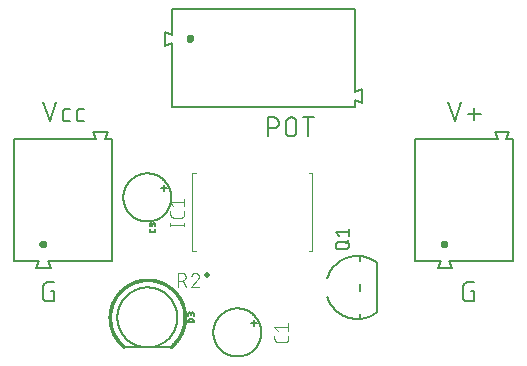
<source format=gbr>
G04 EAGLE Gerber RS-274X export*
G75*
%MOMM*%
%FSLAX34Y34*%
%LPD*%
%INSilkscreen Top*%
%IPPOS*%
%AMOC8*
5,1,8,0,0,1.08239X$1,22.5*%
G01*
%ADD10C,0.152400*%
%ADD11C,0.101600*%
%ADD12C,0.127000*%
%ADD13C,0.203200*%
%ADD14C,0.025400*%
%ADD15C,0.500000*%
%ADD16C,0.120000*%
%ADD17C,0.200000*%
%ADD18C,0.400000*%


D10*
X13462Y232918D02*
X18881Y216662D01*
X24299Y232918D01*
X32584Y216662D02*
X36197Y216662D01*
X32584Y216662D02*
X32483Y216664D01*
X32382Y216670D01*
X32281Y216679D01*
X32180Y216692D01*
X32080Y216709D01*
X31981Y216730D01*
X31883Y216754D01*
X31786Y216782D01*
X31689Y216814D01*
X31594Y216849D01*
X31501Y216888D01*
X31409Y216930D01*
X31318Y216976D01*
X31230Y217025D01*
X31143Y217077D01*
X31058Y217133D01*
X30975Y217191D01*
X30895Y217253D01*
X30817Y217318D01*
X30741Y217385D01*
X30668Y217455D01*
X30598Y217528D01*
X30531Y217604D01*
X30466Y217682D01*
X30404Y217762D01*
X30346Y217845D01*
X30290Y217930D01*
X30238Y218017D01*
X30189Y218105D01*
X30143Y218196D01*
X30101Y218288D01*
X30062Y218381D01*
X30027Y218476D01*
X29995Y218573D01*
X29967Y218670D01*
X29943Y218768D01*
X29922Y218867D01*
X29905Y218967D01*
X29892Y219068D01*
X29883Y219169D01*
X29877Y219270D01*
X29875Y219371D01*
X29875Y224790D01*
X29877Y224891D01*
X29883Y224992D01*
X29892Y225093D01*
X29905Y225194D01*
X29922Y225294D01*
X29943Y225393D01*
X29967Y225491D01*
X29995Y225588D01*
X30027Y225685D01*
X30062Y225780D01*
X30101Y225873D01*
X30143Y225965D01*
X30189Y226056D01*
X30238Y226145D01*
X30290Y226231D01*
X30346Y226316D01*
X30404Y226399D01*
X30466Y226479D01*
X30531Y226557D01*
X30598Y226633D01*
X30668Y226706D01*
X30741Y226776D01*
X30817Y226843D01*
X30895Y226908D01*
X30975Y226970D01*
X31058Y227028D01*
X31143Y227084D01*
X31230Y227136D01*
X31318Y227185D01*
X31409Y227231D01*
X31501Y227273D01*
X31594Y227312D01*
X31689Y227347D01*
X31786Y227379D01*
X31883Y227407D01*
X31981Y227431D01*
X32080Y227452D01*
X32180Y227469D01*
X32281Y227482D01*
X32382Y227491D01*
X32483Y227497D01*
X32584Y227499D01*
X36197Y227499D01*
X44568Y216662D02*
X48181Y216662D01*
X44568Y216662D02*
X44467Y216664D01*
X44366Y216670D01*
X44265Y216679D01*
X44164Y216692D01*
X44064Y216709D01*
X43965Y216730D01*
X43867Y216754D01*
X43770Y216782D01*
X43673Y216814D01*
X43578Y216849D01*
X43485Y216888D01*
X43393Y216930D01*
X43302Y216976D01*
X43214Y217025D01*
X43127Y217077D01*
X43042Y217133D01*
X42959Y217191D01*
X42879Y217253D01*
X42801Y217318D01*
X42725Y217385D01*
X42652Y217455D01*
X42582Y217528D01*
X42515Y217604D01*
X42450Y217682D01*
X42388Y217762D01*
X42330Y217845D01*
X42274Y217930D01*
X42222Y218017D01*
X42173Y218105D01*
X42127Y218196D01*
X42085Y218288D01*
X42046Y218381D01*
X42011Y218476D01*
X41979Y218573D01*
X41951Y218670D01*
X41927Y218768D01*
X41906Y218867D01*
X41889Y218967D01*
X41876Y219068D01*
X41867Y219169D01*
X41861Y219270D01*
X41859Y219371D01*
X41859Y224790D01*
X41861Y224891D01*
X41867Y224992D01*
X41876Y225093D01*
X41889Y225194D01*
X41906Y225294D01*
X41927Y225393D01*
X41951Y225491D01*
X41979Y225588D01*
X42011Y225685D01*
X42046Y225780D01*
X42085Y225873D01*
X42127Y225965D01*
X42173Y226056D01*
X42222Y226145D01*
X42274Y226231D01*
X42330Y226316D01*
X42388Y226399D01*
X42450Y226479D01*
X42515Y226557D01*
X42582Y226633D01*
X42652Y226706D01*
X42725Y226776D01*
X42801Y226843D01*
X42879Y226908D01*
X42959Y226970D01*
X43042Y227028D01*
X43127Y227084D01*
X43214Y227136D01*
X43302Y227185D01*
X43393Y227231D01*
X43485Y227273D01*
X43578Y227312D01*
X43673Y227347D01*
X43770Y227379D01*
X43867Y227407D01*
X43965Y227431D01*
X44064Y227452D01*
X44164Y227469D01*
X44265Y227482D01*
X44366Y227491D01*
X44467Y227497D01*
X44568Y227499D01*
X48181Y227499D01*
X22493Y73293D02*
X19784Y73293D01*
X22493Y73293D02*
X22493Y64262D01*
X17074Y64262D01*
X16956Y64264D01*
X16838Y64270D01*
X16720Y64279D01*
X16603Y64293D01*
X16486Y64310D01*
X16369Y64331D01*
X16254Y64356D01*
X16139Y64385D01*
X16025Y64418D01*
X15913Y64454D01*
X15802Y64494D01*
X15692Y64537D01*
X15583Y64584D01*
X15476Y64634D01*
X15371Y64689D01*
X15268Y64746D01*
X15167Y64807D01*
X15067Y64871D01*
X14970Y64938D01*
X14875Y65008D01*
X14783Y65082D01*
X14692Y65158D01*
X14605Y65238D01*
X14520Y65320D01*
X14438Y65405D01*
X14358Y65492D01*
X14282Y65583D01*
X14208Y65675D01*
X14138Y65770D01*
X14071Y65867D01*
X14007Y65967D01*
X13946Y66068D01*
X13889Y66171D01*
X13834Y66276D01*
X13784Y66383D01*
X13737Y66492D01*
X13694Y66602D01*
X13654Y66713D01*
X13618Y66825D01*
X13585Y66939D01*
X13556Y67054D01*
X13531Y67169D01*
X13510Y67286D01*
X13493Y67403D01*
X13479Y67520D01*
X13470Y67638D01*
X13464Y67756D01*
X13462Y67874D01*
X13462Y76906D01*
X13464Y77024D01*
X13470Y77142D01*
X13479Y77260D01*
X13493Y77377D01*
X13510Y77494D01*
X13531Y77611D01*
X13556Y77726D01*
X13585Y77841D01*
X13618Y77955D01*
X13654Y78067D01*
X13694Y78178D01*
X13737Y78288D01*
X13784Y78397D01*
X13834Y78504D01*
X13888Y78609D01*
X13946Y78712D01*
X14007Y78813D01*
X14071Y78913D01*
X14138Y79010D01*
X14208Y79105D01*
X14282Y79197D01*
X14358Y79288D01*
X14438Y79375D01*
X14520Y79460D01*
X14605Y79542D01*
X14692Y79622D01*
X14783Y79698D01*
X14875Y79772D01*
X14970Y79842D01*
X15067Y79909D01*
X15167Y79973D01*
X15268Y80034D01*
X15371Y80091D01*
X15476Y80145D01*
X15583Y80196D01*
X15692Y80243D01*
X15802Y80286D01*
X15913Y80326D01*
X16025Y80362D01*
X16139Y80395D01*
X16254Y80424D01*
X16369Y80449D01*
X16486Y80470D01*
X16603Y80487D01*
X16720Y80501D01*
X16838Y80510D01*
X16956Y80516D01*
X17074Y80518D01*
X22493Y80518D01*
X375384Y73293D02*
X378093Y73293D01*
X378093Y64262D01*
X372674Y64262D01*
X372556Y64264D01*
X372438Y64270D01*
X372320Y64279D01*
X372203Y64293D01*
X372086Y64310D01*
X371969Y64331D01*
X371854Y64356D01*
X371739Y64385D01*
X371625Y64418D01*
X371513Y64454D01*
X371402Y64494D01*
X371292Y64537D01*
X371183Y64584D01*
X371076Y64634D01*
X370971Y64689D01*
X370868Y64746D01*
X370767Y64807D01*
X370667Y64871D01*
X370570Y64938D01*
X370475Y65008D01*
X370383Y65082D01*
X370292Y65158D01*
X370205Y65238D01*
X370120Y65320D01*
X370038Y65405D01*
X369958Y65492D01*
X369882Y65583D01*
X369808Y65675D01*
X369738Y65770D01*
X369671Y65867D01*
X369607Y65967D01*
X369546Y66068D01*
X369489Y66171D01*
X369434Y66276D01*
X369384Y66383D01*
X369337Y66492D01*
X369294Y66602D01*
X369254Y66713D01*
X369218Y66825D01*
X369185Y66939D01*
X369156Y67054D01*
X369131Y67169D01*
X369110Y67286D01*
X369093Y67403D01*
X369079Y67520D01*
X369070Y67638D01*
X369064Y67756D01*
X369062Y67874D01*
X369062Y76906D01*
X369064Y77024D01*
X369070Y77142D01*
X369079Y77260D01*
X369093Y77377D01*
X369110Y77494D01*
X369131Y77611D01*
X369156Y77726D01*
X369185Y77841D01*
X369218Y77955D01*
X369254Y78067D01*
X369294Y78178D01*
X369337Y78288D01*
X369384Y78397D01*
X369434Y78504D01*
X369488Y78609D01*
X369546Y78712D01*
X369607Y78813D01*
X369671Y78913D01*
X369738Y79010D01*
X369808Y79105D01*
X369882Y79197D01*
X369958Y79288D01*
X370038Y79375D01*
X370120Y79460D01*
X370205Y79542D01*
X370292Y79622D01*
X370383Y79698D01*
X370475Y79772D01*
X370570Y79842D01*
X370667Y79909D01*
X370767Y79973D01*
X370868Y80034D01*
X370971Y80091D01*
X371076Y80145D01*
X371183Y80196D01*
X371292Y80243D01*
X371402Y80286D01*
X371513Y80326D01*
X371625Y80362D01*
X371739Y80395D01*
X371854Y80424D01*
X371969Y80449D01*
X372086Y80470D01*
X372203Y80487D01*
X372320Y80501D01*
X372438Y80510D01*
X372556Y80516D01*
X372674Y80518D01*
X378093Y80518D01*
X361781Y216662D02*
X356362Y232918D01*
X367199Y232918D02*
X361781Y216662D01*
X373035Y222984D02*
X383873Y222984D01*
X378454Y228402D02*
X378454Y217565D01*
X203962Y220218D02*
X203962Y203962D01*
X203962Y220218D02*
X208478Y220218D01*
X208611Y220216D01*
X208743Y220210D01*
X208875Y220200D01*
X209007Y220187D01*
X209139Y220169D01*
X209269Y220148D01*
X209400Y220123D01*
X209529Y220094D01*
X209657Y220061D01*
X209785Y220025D01*
X209911Y219985D01*
X210036Y219941D01*
X210160Y219893D01*
X210282Y219842D01*
X210403Y219787D01*
X210522Y219729D01*
X210640Y219667D01*
X210755Y219602D01*
X210869Y219533D01*
X210980Y219462D01*
X211089Y219386D01*
X211196Y219308D01*
X211301Y219227D01*
X211403Y219142D01*
X211503Y219055D01*
X211600Y218965D01*
X211695Y218872D01*
X211786Y218776D01*
X211875Y218678D01*
X211961Y218577D01*
X212044Y218473D01*
X212124Y218367D01*
X212200Y218259D01*
X212274Y218149D01*
X212344Y218036D01*
X212411Y217922D01*
X212474Y217805D01*
X212534Y217687D01*
X212591Y217567D01*
X212644Y217445D01*
X212693Y217322D01*
X212739Y217198D01*
X212781Y217072D01*
X212819Y216945D01*
X212854Y216817D01*
X212885Y216688D01*
X212912Y216559D01*
X212935Y216428D01*
X212955Y216297D01*
X212970Y216165D01*
X212982Y216033D01*
X212990Y215901D01*
X212994Y215768D01*
X212994Y215636D01*
X212990Y215503D01*
X212982Y215371D01*
X212970Y215239D01*
X212955Y215107D01*
X212935Y214976D01*
X212912Y214845D01*
X212885Y214716D01*
X212854Y214587D01*
X212819Y214459D01*
X212781Y214332D01*
X212739Y214206D01*
X212693Y214082D01*
X212644Y213959D01*
X212591Y213837D01*
X212534Y213717D01*
X212474Y213599D01*
X212411Y213482D01*
X212344Y213368D01*
X212274Y213255D01*
X212200Y213145D01*
X212124Y213037D01*
X212044Y212931D01*
X211961Y212827D01*
X211875Y212726D01*
X211786Y212628D01*
X211695Y212532D01*
X211600Y212439D01*
X211503Y212349D01*
X211403Y212262D01*
X211301Y212177D01*
X211196Y212096D01*
X211089Y212018D01*
X210980Y211942D01*
X210869Y211871D01*
X210755Y211802D01*
X210640Y211737D01*
X210522Y211675D01*
X210403Y211617D01*
X210282Y211562D01*
X210160Y211511D01*
X210036Y211463D01*
X209911Y211419D01*
X209785Y211379D01*
X209657Y211343D01*
X209529Y211310D01*
X209400Y211281D01*
X209269Y211256D01*
X209139Y211235D01*
X209007Y211217D01*
X208875Y211204D01*
X208743Y211194D01*
X208611Y211188D01*
X208478Y211186D01*
X208478Y211187D02*
X203962Y211187D01*
X218861Y208478D02*
X218861Y215702D01*
X218863Y215835D01*
X218869Y215967D01*
X218879Y216099D01*
X218892Y216231D01*
X218910Y216363D01*
X218931Y216493D01*
X218956Y216624D01*
X218985Y216753D01*
X219018Y216881D01*
X219054Y217009D01*
X219094Y217135D01*
X219138Y217260D01*
X219186Y217384D01*
X219237Y217506D01*
X219292Y217627D01*
X219350Y217746D01*
X219412Y217864D01*
X219477Y217979D01*
X219546Y218093D01*
X219617Y218204D01*
X219693Y218313D01*
X219771Y218420D01*
X219852Y218525D01*
X219937Y218627D01*
X220024Y218727D01*
X220114Y218824D01*
X220207Y218919D01*
X220303Y219010D01*
X220401Y219099D01*
X220502Y219185D01*
X220606Y219268D01*
X220712Y219348D01*
X220820Y219424D01*
X220930Y219498D01*
X221043Y219568D01*
X221157Y219635D01*
X221274Y219698D01*
X221392Y219758D01*
X221512Y219815D01*
X221634Y219868D01*
X221757Y219917D01*
X221881Y219963D01*
X222007Y220005D01*
X222134Y220043D01*
X222262Y220078D01*
X222391Y220109D01*
X222520Y220136D01*
X222651Y220159D01*
X222782Y220179D01*
X222914Y220194D01*
X223046Y220206D01*
X223178Y220214D01*
X223311Y220218D01*
X223443Y220218D01*
X223576Y220214D01*
X223708Y220206D01*
X223840Y220194D01*
X223972Y220179D01*
X224103Y220159D01*
X224234Y220136D01*
X224363Y220109D01*
X224492Y220078D01*
X224620Y220043D01*
X224747Y220005D01*
X224873Y219963D01*
X224997Y219917D01*
X225120Y219868D01*
X225242Y219815D01*
X225362Y219758D01*
X225480Y219698D01*
X225597Y219635D01*
X225711Y219568D01*
X225824Y219498D01*
X225934Y219424D01*
X226042Y219348D01*
X226148Y219268D01*
X226252Y219185D01*
X226353Y219099D01*
X226451Y219010D01*
X226547Y218919D01*
X226640Y218824D01*
X226730Y218727D01*
X226817Y218627D01*
X226902Y218525D01*
X226983Y218420D01*
X227061Y218313D01*
X227137Y218204D01*
X227208Y218093D01*
X227277Y217979D01*
X227342Y217864D01*
X227404Y217746D01*
X227462Y217627D01*
X227517Y217506D01*
X227568Y217384D01*
X227616Y217260D01*
X227660Y217135D01*
X227700Y217009D01*
X227736Y216881D01*
X227769Y216753D01*
X227798Y216624D01*
X227823Y216493D01*
X227844Y216363D01*
X227862Y216231D01*
X227875Y216099D01*
X227885Y215967D01*
X227891Y215835D01*
X227893Y215702D01*
X227892Y215702D02*
X227892Y208478D01*
X227893Y208478D02*
X227891Y208345D01*
X227885Y208213D01*
X227875Y208081D01*
X227862Y207949D01*
X227844Y207817D01*
X227823Y207687D01*
X227798Y207556D01*
X227769Y207427D01*
X227736Y207299D01*
X227700Y207171D01*
X227660Y207045D01*
X227616Y206920D01*
X227568Y206796D01*
X227517Y206674D01*
X227462Y206553D01*
X227404Y206434D01*
X227342Y206316D01*
X227277Y206201D01*
X227208Y206087D01*
X227137Y205976D01*
X227061Y205867D01*
X226983Y205760D01*
X226902Y205655D01*
X226817Y205553D01*
X226730Y205453D01*
X226640Y205356D01*
X226547Y205261D01*
X226451Y205170D01*
X226353Y205081D01*
X226252Y204995D01*
X226148Y204912D01*
X226042Y204832D01*
X225934Y204756D01*
X225824Y204682D01*
X225711Y204612D01*
X225597Y204545D01*
X225480Y204482D01*
X225362Y204422D01*
X225242Y204365D01*
X225120Y204312D01*
X224997Y204263D01*
X224873Y204217D01*
X224747Y204175D01*
X224620Y204137D01*
X224492Y204102D01*
X224363Y204071D01*
X224234Y204044D01*
X224103Y204021D01*
X223972Y204001D01*
X223840Y203986D01*
X223708Y203974D01*
X223576Y203966D01*
X223443Y203962D01*
X223311Y203962D01*
X223178Y203966D01*
X223046Y203974D01*
X222914Y203986D01*
X222782Y204001D01*
X222651Y204021D01*
X222520Y204044D01*
X222391Y204071D01*
X222262Y204102D01*
X222134Y204137D01*
X222007Y204175D01*
X221881Y204217D01*
X221757Y204263D01*
X221634Y204312D01*
X221512Y204365D01*
X221392Y204422D01*
X221274Y204482D01*
X221157Y204545D01*
X221043Y204612D01*
X220930Y204682D01*
X220820Y204756D01*
X220712Y204832D01*
X220606Y204912D01*
X220502Y204995D01*
X220401Y205081D01*
X220303Y205170D01*
X220207Y205261D01*
X220114Y205356D01*
X220024Y205453D01*
X219937Y205553D01*
X219852Y205655D01*
X219771Y205760D01*
X219693Y205867D01*
X219617Y205976D01*
X219546Y206087D01*
X219477Y206201D01*
X219412Y206316D01*
X219350Y206434D01*
X219292Y206553D01*
X219237Y206674D01*
X219186Y206796D01*
X219138Y206920D01*
X219094Y207045D01*
X219054Y207171D01*
X219018Y207299D01*
X218985Y207427D01*
X218956Y207556D01*
X218931Y207687D01*
X218910Y207817D01*
X218892Y207949D01*
X218879Y208081D01*
X218869Y208213D01*
X218863Y208345D01*
X218861Y208478D01*
X237966Y203962D02*
X237966Y220218D01*
X242481Y220218D02*
X233450Y220218D01*
X191770Y48260D02*
X191770Y43180D01*
X189230Y45720D02*
X194310Y45720D01*
X157480Y38100D02*
X157486Y38599D01*
X157504Y39097D01*
X157535Y39595D01*
X157578Y40092D01*
X157633Y40587D01*
X157700Y41082D01*
X157779Y41574D01*
X157870Y42064D01*
X157974Y42552D01*
X158089Y43037D01*
X158216Y43520D01*
X158355Y43999D01*
X158506Y44474D01*
X158668Y44946D01*
X158842Y45413D01*
X159027Y45876D01*
X159223Y46335D01*
X159431Y46788D01*
X159650Y47236D01*
X159879Y47679D01*
X160120Y48116D01*
X160371Y48547D01*
X160633Y48971D01*
X160905Y49389D01*
X161187Y49800D01*
X161479Y50205D01*
X161781Y50602D01*
X162092Y50991D01*
X162414Y51372D01*
X162744Y51746D01*
X163083Y52111D01*
X163432Y52468D01*
X163789Y52817D01*
X164154Y53156D01*
X164528Y53486D01*
X164909Y53808D01*
X165298Y54119D01*
X165695Y54421D01*
X166100Y54713D01*
X166511Y54995D01*
X166929Y55267D01*
X167353Y55529D01*
X167784Y55780D01*
X168221Y56021D01*
X168664Y56250D01*
X169112Y56469D01*
X169565Y56677D01*
X170024Y56873D01*
X170487Y57058D01*
X170954Y57232D01*
X171426Y57394D01*
X171901Y57545D01*
X172380Y57684D01*
X172863Y57811D01*
X173348Y57926D01*
X173836Y58030D01*
X174326Y58121D01*
X174818Y58200D01*
X175313Y58267D01*
X175808Y58322D01*
X176305Y58365D01*
X176803Y58396D01*
X177301Y58414D01*
X177800Y58420D01*
X178299Y58414D01*
X178797Y58396D01*
X179295Y58365D01*
X179792Y58322D01*
X180287Y58267D01*
X180782Y58200D01*
X181274Y58121D01*
X181764Y58030D01*
X182252Y57926D01*
X182737Y57811D01*
X183220Y57684D01*
X183699Y57545D01*
X184174Y57394D01*
X184646Y57232D01*
X185113Y57058D01*
X185576Y56873D01*
X186035Y56677D01*
X186488Y56469D01*
X186936Y56250D01*
X187379Y56021D01*
X187816Y55780D01*
X188247Y55529D01*
X188671Y55267D01*
X189089Y54995D01*
X189500Y54713D01*
X189905Y54421D01*
X190302Y54119D01*
X190691Y53808D01*
X191072Y53486D01*
X191446Y53156D01*
X191811Y52817D01*
X192168Y52468D01*
X192517Y52111D01*
X192856Y51746D01*
X193186Y51372D01*
X193508Y50991D01*
X193819Y50602D01*
X194121Y50205D01*
X194413Y49800D01*
X194695Y49389D01*
X194967Y48971D01*
X195229Y48547D01*
X195480Y48116D01*
X195721Y47679D01*
X195950Y47236D01*
X196169Y46788D01*
X196377Y46335D01*
X196573Y45876D01*
X196758Y45413D01*
X196932Y44946D01*
X197094Y44474D01*
X197245Y43999D01*
X197384Y43520D01*
X197511Y43037D01*
X197626Y42552D01*
X197730Y42064D01*
X197821Y41574D01*
X197900Y41082D01*
X197967Y40587D01*
X198022Y40092D01*
X198065Y39595D01*
X198096Y39097D01*
X198114Y38599D01*
X198120Y38100D01*
X198114Y37601D01*
X198096Y37103D01*
X198065Y36605D01*
X198022Y36108D01*
X197967Y35613D01*
X197900Y35118D01*
X197821Y34626D01*
X197730Y34136D01*
X197626Y33648D01*
X197511Y33163D01*
X197384Y32680D01*
X197245Y32201D01*
X197094Y31726D01*
X196932Y31254D01*
X196758Y30787D01*
X196573Y30324D01*
X196377Y29865D01*
X196169Y29412D01*
X195950Y28964D01*
X195721Y28521D01*
X195480Y28084D01*
X195229Y27653D01*
X194967Y27229D01*
X194695Y26811D01*
X194413Y26400D01*
X194121Y25995D01*
X193819Y25598D01*
X193508Y25209D01*
X193186Y24828D01*
X192856Y24454D01*
X192517Y24089D01*
X192168Y23732D01*
X191811Y23383D01*
X191446Y23044D01*
X191072Y22714D01*
X190691Y22392D01*
X190302Y22081D01*
X189905Y21779D01*
X189500Y21487D01*
X189089Y21205D01*
X188671Y20933D01*
X188247Y20671D01*
X187816Y20420D01*
X187379Y20179D01*
X186936Y19950D01*
X186488Y19731D01*
X186035Y19523D01*
X185576Y19327D01*
X185113Y19142D01*
X184646Y18968D01*
X184174Y18806D01*
X183699Y18655D01*
X183220Y18516D01*
X182737Y18389D01*
X182252Y18274D01*
X181764Y18170D01*
X181274Y18079D01*
X180782Y18000D01*
X180287Y17933D01*
X179792Y17878D01*
X179295Y17835D01*
X178797Y17804D01*
X178299Y17786D01*
X177800Y17780D01*
X177301Y17786D01*
X176803Y17804D01*
X176305Y17835D01*
X175808Y17878D01*
X175313Y17933D01*
X174818Y18000D01*
X174326Y18079D01*
X173836Y18170D01*
X173348Y18274D01*
X172863Y18389D01*
X172380Y18516D01*
X171901Y18655D01*
X171426Y18806D01*
X170954Y18968D01*
X170487Y19142D01*
X170024Y19327D01*
X169565Y19523D01*
X169112Y19731D01*
X168664Y19950D01*
X168221Y20179D01*
X167784Y20420D01*
X167353Y20671D01*
X166929Y20933D01*
X166511Y21205D01*
X166100Y21487D01*
X165695Y21779D01*
X165298Y22081D01*
X164909Y22392D01*
X164528Y22714D01*
X164154Y23044D01*
X163789Y23383D01*
X163432Y23732D01*
X163083Y24089D01*
X162744Y24454D01*
X162414Y24828D01*
X162092Y25209D01*
X161781Y25598D01*
X161479Y25995D01*
X161187Y26400D01*
X160905Y26811D01*
X160633Y27229D01*
X160371Y27653D01*
X160120Y28084D01*
X159879Y28521D01*
X159650Y28964D01*
X159431Y29412D01*
X159223Y29865D01*
X159027Y30324D01*
X158842Y30787D01*
X158668Y31254D01*
X158506Y31726D01*
X158355Y32201D01*
X158216Y32680D01*
X158089Y33163D01*
X157974Y33648D01*
X157870Y34136D01*
X157779Y34626D01*
X157700Y35118D01*
X157633Y35613D01*
X157578Y36108D01*
X157535Y36605D01*
X157504Y37103D01*
X157486Y37601D01*
X157480Y38100D01*
D11*
X220942Y35268D02*
X220942Y32672D01*
X220940Y32573D01*
X220934Y32473D01*
X220925Y32374D01*
X220912Y32276D01*
X220895Y32178D01*
X220874Y32080D01*
X220849Y31984D01*
X220821Y31889D01*
X220789Y31795D01*
X220754Y31702D01*
X220715Y31610D01*
X220672Y31520D01*
X220627Y31432D01*
X220577Y31345D01*
X220525Y31261D01*
X220469Y31178D01*
X220411Y31098D01*
X220349Y31020D01*
X220284Y30945D01*
X220216Y30872D01*
X220146Y30802D01*
X220073Y30734D01*
X219998Y30669D01*
X219920Y30607D01*
X219840Y30549D01*
X219757Y30493D01*
X219673Y30441D01*
X219586Y30391D01*
X219498Y30346D01*
X219408Y30303D01*
X219316Y30264D01*
X219223Y30229D01*
X219129Y30197D01*
X219034Y30169D01*
X218938Y30144D01*
X218840Y30123D01*
X218742Y30106D01*
X218644Y30093D01*
X218545Y30084D01*
X218445Y30078D01*
X218346Y30076D01*
X218346Y30075D02*
X211854Y30075D01*
X211755Y30077D01*
X211655Y30083D01*
X211556Y30092D01*
X211458Y30105D01*
X211360Y30123D01*
X211262Y30143D01*
X211166Y30168D01*
X211070Y30196D01*
X210976Y30228D01*
X210883Y30263D01*
X210792Y30302D01*
X210702Y30345D01*
X210613Y30390D01*
X210527Y30440D01*
X210442Y30492D01*
X210360Y30548D01*
X210280Y30607D01*
X210202Y30668D01*
X210126Y30733D01*
X210053Y30801D01*
X209983Y30871D01*
X209915Y30944D01*
X209850Y31020D01*
X209789Y31098D01*
X209730Y31178D01*
X209674Y31260D01*
X209622Y31345D01*
X209573Y31431D01*
X209527Y31520D01*
X209484Y31610D01*
X209445Y31701D01*
X209410Y31794D01*
X209378Y31888D01*
X209350Y31984D01*
X209325Y32080D01*
X209305Y32178D01*
X209287Y32276D01*
X209274Y32374D01*
X209265Y32473D01*
X209259Y32572D01*
X209257Y32672D01*
X209258Y32672D02*
X209258Y35268D01*
X211854Y39634D02*
X209258Y42879D01*
X220942Y42879D01*
X220942Y39634D02*
X220942Y46125D01*
D10*
X115570Y157480D02*
X115570Y162560D01*
X113030Y160020D02*
X118110Y160020D01*
X81280Y152400D02*
X81286Y152899D01*
X81304Y153397D01*
X81335Y153895D01*
X81378Y154392D01*
X81433Y154887D01*
X81500Y155382D01*
X81579Y155874D01*
X81670Y156364D01*
X81774Y156852D01*
X81889Y157337D01*
X82016Y157820D01*
X82155Y158299D01*
X82306Y158774D01*
X82468Y159246D01*
X82642Y159713D01*
X82827Y160176D01*
X83023Y160635D01*
X83231Y161088D01*
X83450Y161536D01*
X83679Y161979D01*
X83920Y162416D01*
X84171Y162847D01*
X84433Y163271D01*
X84705Y163689D01*
X84987Y164100D01*
X85279Y164505D01*
X85581Y164902D01*
X85892Y165291D01*
X86214Y165672D01*
X86544Y166046D01*
X86883Y166411D01*
X87232Y166768D01*
X87589Y167117D01*
X87954Y167456D01*
X88328Y167786D01*
X88709Y168108D01*
X89098Y168419D01*
X89495Y168721D01*
X89900Y169013D01*
X90311Y169295D01*
X90729Y169567D01*
X91153Y169829D01*
X91584Y170080D01*
X92021Y170321D01*
X92464Y170550D01*
X92912Y170769D01*
X93365Y170977D01*
X93824Y171173D01*
X94287Y171358D01*
X94754Y171532D01*
X95226Y171694D01*
X95701Y171845D01*
X96180Y171984D01*
X96663Y172111D01*
X97148Y172226D01*
X97636Y172330D01*
X98126Y172421D01*
X98618Y172500D01*
X99113Y172567D01*
X99608Y172622D01*
X100105Y172665D01*
X100603Y172696D01*
X101101Y172714D01*
X101600Y172720D01*
X102099Y172714D01*
X102597Y172696D01*
X103095Y172665D01*
X103592Y172622D01*
X104087Y172567D01*
X104582Y172500D01*
X105074Y172421D01*
X105564Y172330D01*
X106052Y172226D01*
X106537Y172111D01*
X107020Y171984D01*
X107499Y171845D01*
X107974Y171694D01*
X108446Y171532D01*
X108913Y171358D01*
X109376Y171173D01*
X109835Y170977D01*
X110288Y170769D01*
X110736Y170550D01*
X111179Y170321D01*
X111616Y170080D01*
X112047Y169829D01*
X112471Y169567D01*
X112889Y169295D01*
X113300Y169013D01*
X113705Y168721D01*
X114102Y168419D01*
X114491Y168108D01*
X114872Y167786D01*
X115246Y167456D01*
X115611Y167117D01*
X115968Y166768D01*
X116317Y166411D01*
X116656Y166046D01*
X116986Y165672D01*
X117308Y165291D01*
X117619Y164902D01*
X117921Y164505D01*
X118213Y164100D01*
X118495Y163689D01*
X118767Y163271D01*
X119029Y162847D01*
X119280Y162416D01*
X119521Y161979D01*
X119750Y161536D01*
X119969Y161088D01*
X120177Y160635D01*
X120373Y160176D01*
X120558Y159713D01*
X120732Y159246D01*
X120894Y158774D01*
X121045Y158299D01*
X121184Y157820D01*
X121311Y157337D01*
X121426Y156852D01*
X121530Y156364D01*
X121621Y155874D01*
X121700Y155382D01*
X121767Y154887D01*
X121822Y154392D01*
X121865Y153895D01*
X121896Y153397D01*
X121914Y152899D01*
X121920Y152400D01*
X121914Y151901D01*
X121896Y151403D01*
X121865Y150905D01*
X121822Y150408D01*
X121767Y149913D01*
X121700Y149418D01*
X121621Y148926D01*
X121530Y148436D01*
X121426Y147948D01*
X121311Y147463D01*
X121184Y146980D01*
X121045Y146501D01*
X120894Y146026D01*
X120732Y145554D01*
X120558Y145087D01*
X120373Y144624D01*
X120177Y144165D01*
X119969Y143712D01*
X119750Y143264D01*
X119521Y142821D01*
X119280Y142384D01*
X119029Y141953D01*
X118767Y141529D01*
X118495Y141111D01*
X118213Y140700D01*
X117921Y140295D01*
X117619Y139898D01*
X117308Y139509D01*
X116986Y139128D01*
X116656Y138754D01*
X116317Y138389D01*
X115968Y138032D01*
X115611Y137683D01*
X115246Y137344D01*
X114872Y137014D01*
X114491Y136692D01*
X114102Y136381D01*
X113705Y136079D01*
X113300Y135787D01*
X112889Y135505D01*
X112471Y135233D01*
X112047Y134971D01*
X111616Y134720D01*
X111179Y134479D01*
X110736Y134250D01*
X110288Y134031D01*
X109835Y133823D01*
X109376Y133627D01*
X108913Y133442D01*
X108446Y133268D01*
X107974Y133106D01*
X107499Y132955D01*
X107020Y132816D01*
X106537Y132689D01*
X106052Y132574D01*
X105564Y132470D01*
X105074Y132379D01*
X104582Y132300D01*
X104087Y132233D01*
X103592Y132178D01*
X103095Y132135D01*
X102597Y132104D01*
X102099Y132086D01*
X101600Y132080D01*
X101101Y132086D01*
X100603Y132104D01*
X100105Y132135D01*
X99608Y132178D01*
X99113Y132233D01*
X98618Y132300D01*
X98126Y132379D01*
X97636Y132470D01*
X97148Y132574D01*
X96663Y132689D01*
X96180Y132816D01*
X95701Y132955D01*
X95226Y133106D01*
X94754Y133268D01*
X94287Y133442D01*
X93824Y133627D01*
X93365Y133823D01*
X92912Y134031D01*
X92464Y134250D01*
X92021Y134479D01*
X91584Y134720D01*
X91153Y134971D01*
X90729Y135233D01*
X90311Y135505D01*
X89900Y135787D01*
X89495Y136079D01*
X89098Y136381D01*
X88709Y136692D01*
X88328Y137014D01*
X87954Y137344D01*
X87589Y137683D01*
X87232Y138032D01*
X86883Y138389D01*
X86544Y138754D01*
X86214Y139128D01*
X85892Y139509D01*
X85581Y139898D01*
X85279Y140295D01*
X84987Y140700D01*
X84705Y141111D01*
X84433Y141529D01*
X84171Y141953D01*
X83920Y142384D01*
X83679Y142821D01*
X83450Y143264D01*
X83231Y143712D01*
X83023Y144165D01*
X82827Y144624D01*
X82642Y145087D01*
X82468Y145554D01*
X82306Y146026D01*
X82155Y146501D01*
X82016Y146980D01*
X81889Y147463D01*
X81774Y147948D01*
X81670Y148436D01*
X81579Y148926D01*
X81500Y149418D01*
X81433Y149913D01*
X81378Y150408D01*
X81335Y150905D01*
X81304Y151403D01*
X81286Y151901D01*
X81280Y152400D01*
D12*
X108331Y125504D02*
X108331Y124432D01*
X108329Y124367D01*
X108323Y124303D01*
X108313Y124239D01*
X108300Y124175D01*
X108282Y124113D01*
X108261Y124052D01*
X108237Y123992D01*
X108208Y123934D01*
X108176Y123877D01*
X108141Y123823D01*
X108103Y123771D01*
X108061Y123721D01*
X108017Y123674D01*
X107970Y123630D01*
X107920Y123588D01*
X107868Y123550D01*
X107814Y123515D01*
X107757Y123483D01*
X107699Y123454D01*
X107639Y123430D01*
X107578Y123409D01*
X107516Y123391D01*
X107452Y123378D01*
X107388Y123368D01*
X107324Y123362D01*
X107259Y123360D01*
X107259Y123359D02*
X104577Y123359D01*
X104512Y123361D01*
X104448Y123367D01*
X104384Y123377D01*
X104320Y123390D01*
X104258Y123408D01*
X104197Y123429D01*
X104137Y123454D01*
X104078Y123482D01*
X104022Y123514D01*
X103967Y123549D01*
X103915Y123587D01*
X103865Y123629D01*
X103818Y123673D01*
X103774Y123720D01*
X103732Y123770D01*
X103694Y123822D01*
X103659Y123877D01*
X103627Y123933D01*
X103599Y123992D01*
X103574Y124051D01*
X103553Y124113D01*
X103535Y124175D01*
X103522Y124239D01*
X103512Y124303D01*
X103506Y124367D01*
X103504Y124432D01*
X103505Y124432D02*
X103505Y125504D01*
X108331Y127960D02*
X108331Y129300D01*
X108329Y129371D01*
X108323Y129443D01*
X108314Y129513D01*
X108301Y129583D01*
X108284Y129653D01*
X108263Y129721D01*
X108239Y129788D01*
X108211Y129854D01*
X108180Y129918D01*
X108145Y129981D01*
X108107Y130041D01*
X108066Y130100D01*
X108022Y130156D01*
X107975Y130210D01*
X107926Y130261D01*
X107873Y130309D01*
X107818Y130355D01*
X107761Y130397D01*
X107701Y130437D01*
X107640Y130473D01*
X107576Y130506D01*
X107511Y130535D01*
X107445Y130561D01*
X107377Y130584D01*
X107308Y130603D01*
X107238Y130618D01*
X107168Y130629D01*
X107097Y130637D01*
X107026Y130641D01*
X106954Y130641D01*
X106883Y130637D01*
X106812Y130629D01*
X106742Y130618D01*
X106672Y130603D01*
X106603Y130584D01*
X106535Y130561D01*
X106469Y130535D01*
X106404Y130506D01*
X106340Y130473D01*
X106279Y130437D01*
X106219Y130397D01*
X106162Y130355D01*
X106107Y130309D01*
X106054Y130261D01*
X106005Y130210D01*
X105958Y130156D01*
X105914Y130100D01*
X105873Y130041D01*
X105835Y129981D01*
X105800Y129918D01*
X105769Y129854D01*
X105741Y129788D01*
X105717Y129721D01*
X105696Y129653D01*
X105679Y129583D01*
X105666Y129513D01*
X105657Y129443D01*
X105651Y129371D01*
X105649Y129300D01*
X103505Y129568D02*
X103505Y127960D01*
X103505Y129568D02*
X103507Y129633D01*
X103513Y129697D01*
X103523Y129761D01*
X103536Y129825D01*
X103554Y129887D01*
X103575Y129948D01*
X103599Y130008D01*
X103628Y130066D01*
X103660Y130123D01*
X103695Y130177D01*
X103733Y130229D01*
X103775Y130279D01*
X103819Y130326D01*
X103866Y130370D01*
X103916Y130412D01*
X103968Y130450D01*
X104022Y130485D01*
X104079Y130517D01*
X104137Y130546D01*
X104197Y130570D01*
X104258Y130591D01*
X104320Y130609D01*
X104384Y130622D01*
X104448Y130632D01*
X104512Y130638D01*
X104577Y130640D01*
X104642Y130638D01*
X104706Y130632D01*
X104770Y130622D01*
X104834Y130609D01*
X104896Y130591D01*
X104957Y130570D01*
X105017Y130546D01*
X105075Y130517D01*
X105132Y130485D01*
X105186Y130450D01*
X105238Y130412D01*
X105288Y130370D01*
X105335Y130326D01*
X105379Y130279D01*
X105421Y130229D01*
X105459Y130177D01*
X105494Y130123D01*
X105526Y130066D01*
X105555Y130008D01*
X105579Y129948D01*
X105600Y129887D01*
X105618Y129825D01*
X105631Y129761D01*
X105641Y129697D01*
X105647Y129633D01*
X105649Y129568D01*
X105650Y129568D02*
X105650Y128496D01*
D13*
X120650Y25400D02*
X82550Y25400D01*
D14*
X121437Y24562D02*
X120065Y26391D01*
X120066Y26391D02*
X120657Y26850D01*
X121237Y27323D01*
X121805Y27810D01*
X122361Y28311D01*
X122904Y28825D01*
X123435Y29352D01*
X123953Y29892D01*
X124458Y30445D01*
X124948Y31010D01*
X125425Y31587D01*
X125888Y32175D01*
X126336Y32774D01*
X126769Y33385D01*
X127188Y34005D01*
X127590Y34636D01*
X127978Y35276D01*
X128350Y35925D01*
X128705Y36584D01*
X129045Y37251D01*
X129368Y37926D01*
X129674Y38609D01*
X129964Y39299D01*
X130237Y39995D01*
X130492Y40699D01*
X130730Y41408D01*
X130951Y42123D01*
X131155Y42843D01*
X131340Y43568D01*
X131508Y44297D01*
X131658Y45031D01*
X131790Y45767D01*
X131904Y46507D01*
X132000Y47249D01*
X132078Y47993D01*
X132138Y48739D01*
X132179Y49486D01*
X132202Y50234D01*
X132206Y50983D01*
X132193Y51731D01*
X132161Y52479D01*
X132111Y53225D01*
X132042Y53970D01*
X131956Y54714D01*
X131851Y55455D01*
X131728Y56193D01*
X131587Y56928D01*
X131429Y57659D01*
X131252Y58386D01*
X131058Y59109D01*
X130846Y59827D01*
X130616Y60539D01*
X130369Y61245D01*
X130105Y61946D01*
X129824Y62639D01*
X129527Y63326D01*
X129212Y64005D01*
X128881Y64676D01*
X128534Y65339D01*
X128170Y65993D01*
X127791Y66638D01*
X127396Y67273D01*
X126985Y67899D01*
X126560Y68515D01*
X126119Y69120D01*
X125664Y69714D01*
X125194Y70296D01*
X124710Y70867D01*
X124213Y71426D01*
X123702Y71973D01*
X123178Y72507D01*
X122641Y73028D01*
X122091Y73536D01*
X121529Y74030D01*
X120955Y74510D01*
X120370Y74976D01*
X119773Y75428D01*
X119165Y75865D01*
X118547Y76287D01*
X117919Y76694D01*
X117281Y77085D01*
X116634Y77460D01*
X115978Y77820D01*
X115313Y78163D01*
X114640Y78490D01*
X113959Y78801D01*
X113271Y79095D01*
X112575Y79371D01*
X111874Y79631D01*
X111166Y79874D01*
X110452Y80099D01*
X109733Y80307D01*
X109009Y80497D01*
X108281Y80669D01*
X107549Y80823D01*
X106813Y80960D01*
X106074Y81078D01*
X105332Y81179D01*
X104589Y81261D01*
X103843Y81325D01*
X103096Y81370D01*
X102348Y81398D01*
X101600Y81407D01*
X100852Y81398D01*
X100104Y81370D01*
X99357Y81325D01*
X98611Y81261D01*
X97868Y81179D01*
X97126Y81078D01*
X96387Y80960D01*
X95651Y80823D01*
X94919Y80669D01*
X94191Y80497D01*
X93467Y80307D01*
X92748Y80099D01*
X92034Y79874D01*
X91326Y79631D01*
X90625Y79371D01*
X89929Y79095D01*
X89241Y78801D01*
X88560Y78490D01*
X87887Y78163D01*
X87222Y77820D01*
X86566Y77460D01*
X85919Y77085D01*
X85281Y76694D01*
X84653Y76287D01*
X84035Y75865D01*
X83427Y75428D01*
X82830Y74976D01*
X82245Y74510D01*
X81671Y74030D01*
X81109Y73536D01*
X80559Y73028D01*
X80022Y72507D01*
X79498Y71973D01*
X78987Y71426D01*
X78490Y70867D01*
X78006Y70296D01*
X77536Y69714D01*
X77081Y69120D01*
X76640Y68515D01*
X76215Y67899D01*
X75804Y67273D01*
X75409Y66638D01*
X75030Y65993D01*
X74666Y65339D01*
X74319Y64676D01*
X73988Y64005D01*
X73673Y63326D01*
X73376Y62639D01*
X73095Y61946D01*
X72831Y61245D01*
X72584Y60539D01*
X72354Y59827D01*
X72142Y59109D01*
X71948Y58386D01*
X71771Y57659D01*
X71613Y56928D01*
X71472Y56193D01*
X71349Y55455D01*
X71244Y54714D01*
X71158Y53970D01*
X71089Y53225D01*
X71039Y52479D01*
X71007Y51731D01*
X70994Y50983D01*
X70998Y50234D01*
X71021Y49486D01*
X71062Y48739D01*
X71122Y47993D01*
X71200Y47249D01*
X71296Y46507D01*
X71410Y45767D01*
X71542Y45031D01*
X71692Y44297D01*
X71860Y43568D01*
X72045Y42843D01*
X72249Y42123D01*
X72470Y41408D01*
X72708Y40699D01*
X72963Y39995D01*
X73236Y39299D01*
X73526Y38609D01*
X73832Y37926D01*
X74155Y37251D01*
X74495Y36584D01*
X74850Y35925D01*
X75222Y35276D01*
X75610Y34636D01*
X76012Y34005D01*
X76431Y33385D01*
X76864Y32774D01*
X77312Y32175D01*
X77775Y31587D01*
X78252Y31010D01*
X78742Y30445D01*
X79247Y29892D01*
X79765Y29352D01*
X80296Y28825D01*
X80839Y28311D01*
X81395Y27810D01*
X81963Y27323D01*
X82543Y26850D01*
X83134Y26391D01*
X81763Y24562D01*
X81127Y25055D01*
X80504Y25563D01*
X79893Y26087D01*
X79295Y26625D01*
X78711Y27177D01*
X78140Y27744D01*
X77583Y28324D01*
X77041Y28918D01*
X76513Y29525D01*
X76001Y30145D01*
X75503Y30777D01*
X75021Y31421D01*
X74556Y32077D01*
X74106Y32744D01*
X73673Y33422D01*
X73256Y34110D01*
X72856Y34808D01*
X72474Y35515D01*
X72109Y36232D01*
X71762Y36957D01*
X71432Y37691D01*
X71121Y38433D01*
X70827Y39182D01*
X70552Y39937D01*
X70296Y40700D01*
X70058Y41468D01*
X69840Y42242D01*
X69640Y43021D01*
X69459Y43805D01*
X69298Y44593D01*
X69156Y45385D01*
X69033Y46180D01*
X68930Y46977D01*
X68846Y47777D01*
X68782Y48579D01*
X68738Y49382D01*
X68713Y50186D01*
X68708Y50990D01*
X68722Y51795D01*
X68756Y52598D01*
X68810Y53401D01*
X68883Y54202D01*
X68976Y55001D01*
X69089Y55797D01*
X69221Y56590D01*
X69372Y57380D01*
X69542Y58166D01*
X69732Y58948D01*
X69941Y59725D01*
X70169Y60496D01*
X70415Y61262D01*
X70680Y62021D01*
X70964Y62774D01*
X71266Y63519D01*
X71586Y64257D01*
X71924Y64987D01*
X72280Y65709D01*
X72653Y66421D01*
X73044Y67124D01*
X73451Y67817D01*
X73876Y68501D01*
X74317Y69173D01*
X74774Y69835D01*
X75248Y70485D01*
X75737Y71123D01*
X76241Y71750D01*
X76761Y72364D01*
X77296Y72964D01*
X77845Y73552D01*
X78409Y74126D01*
X78986Y74686D01*
X79577Y75232D01*
X80181Y75763D01*
X80797Y76279D01*
X81427Y76780D01*
X82068Y77266D01*
X82721Y77736D01*
X83385Y78189D01*
X84060Y78626D01*
X84746Y79047D01*
X85441Y79451D01*
X86147Y79837D01*
X86861Y80206D01*
X87585Y80558D01*
X88317Y80892D01*
X89056Y81207D01*
X89804Y81505D01*
X90558Y81784D01*
X91319Y82045D01*
X92086Y82287D01*
X92859Y82510D01*
X93637Y82714D01*
X94419Y82900D01*
X95206Y83066D01*
X95997Y83212D01*
X96791Y83340D01*
X97588Y83447D01*
X98388Y83536D01*
X99189Y83605D01*
X99992Y83654D01*
X100796Y83683D01*
X101600Y83693D01*
X102404Y83683D01*
X103208Y83654D01*
X104011Y83605D01*
X104812Y83536D01*
X105612Y83447D01*
X106409Y83340D01*
X107203Y83212D01*
X107994Y83066D01*
X108781Y82900D01*
X109563Y82714D01*
X110341Y82510D01*
X111114Y82287D01*
X111881Y82045D01*
X112642Y81784D01*
X113396Y81505D01*
X114144Y81207D01*
X114883Y80892D01*
X115615Y80558D01*
X116339Y80206D01*
X117053Y79837D01*
X117759Y79451D01*
X118454Y79047D01*
X119140Y78626D01*
X119815Y78189D01*
X120479Y77736D01*
X121132Y77266D01*
X121773Y76780D01*
X122403Y76279D01*
X123019Y75763D01*
X123623Y75232D01*
X124214Y74686D01*
X124791Y74126D01*
X125355Y73552D01*
X125904Y72964D01*
X126439Y72364D01*
X126959Y71750D01*
X127463Y71123D01*
X127952Y70485D01*
X128426Y69835D01*
X128883Y69173D01*
X129324Y68501D01*
X129749Y67817D01*
X130156Y67124D01*
X130547Y66421D01*
X130920Y65709D01*
X131276Y64987D01*
X131614Y64257D01*
X131934Y63519D01*
X132236Y62774D01*
X132520Y62021D01*
X132785Y61262D01*
X133031Y60496D01*
X133259Y59725D01*
X133468Y58948D01*
X133658Y58166D01*
X133828Y57380D01*
X133979Y56590D01*
X134111Y55797D01*
X134224Y55001D01*
X134317Y54202D01*
X134390Y53401D01*
X134444Y52598D01*
X134478Y51795D01*
X134492Y50990D01*
X134487Y50186D01*
X134462Y49382D01*
X134418Y48579D01*
X134354Y47777D01*
X134270Y46977D01*
X134167Y46180D01*
X134044Y45385D01*
X133902Y44593D01*
X133741Y43805D01*
X133560Y43021D01*
X133360Y42242D01*
X133142Y41468D01*
X132904Y40700D01*
X132648Y39937D01*
X132373Y39182D01*
X132079Y38433D01*
X131768Y37691D01*
X131438Y36957D01*
X131091Y36232D01*
X130726Y35515D01*
X130344Y34808D01*
X129944Y34110D01*
X129527Y33422D01*
X129094Y32744D01*
X128644Y32077D01*
X128179Y31421D01*
X127697Y30777D01*
X127199Y30145D01*
X126687Y29525D01*
X126159Y28918D01*
X125617Y28324D01*
X125060Y27744D01*
X124489Y27177D01*
X123905Y26625D01*
X123307Y26087D01*
X122696Y25563D01*
X122073Y25055D01*
X121437Y24562D01*
X121293Y24754D01*
X121924Y25243D01*
X122543Y25748D01*
X123149Y26267D01*
X123743Y26802D01*
X124323Y27350D01*
X124889Y27913D01*
X125442Y28489D01*
X125980Y29079D01*
X126504Y29681D01*
X127013Y30297D01*
X127507Y30924D01*
X127985Y31563D01*
X128448Y32214D01*
X128894Y32876D01*
X129324Y33549D01*
X129738Y34232D01*
X130134Y34925D01*
X130514Y35627D01*
X130876Y36339D01*
X131221Y37059D01*
X131548Y37787D01*
X131857Y38524D01*
X132148Y39267D01*
X132421Y40017D01*
X132676Y40774D01*
X132912Y41537D01*
X133129Y42305D01*
X133327Y43079D01*
X133506Y43857D01*
X133667Y44639D01*
X133808Y45425D01*
X133929Y46214D01*
X134032Y47006D01*
X134115Y47800D01*
X134179Y48596D01*
X134223Y49393D01*
X134247Y50191D01*
X134252Y50990D01*
X134238Y51788D01*
X134204Y52586D01*
X134151Y53382D01*
X134078Y54177D01*
X133986Y54970D01*
X133874Y55761D01*
X133743Y56549D01*
X133593Y57333D01*
X133424Y58113D01*
X133235Y58889D01*
X133028Y59660D01*
X132802Y60426D01*
X132557Y61186D01*
X132294Y61940D01*
X132012Y62687D01*
X131713Y63427D01*
X131395Y64160D01*
X131059Y64884D01*
X130706Y65600D01*
X130336Y66307D01*
X129948Y67005D01*
X129543Y67694D01*
X129122Y68372D01*
X128684Y69039D01*
X128230Y69696D01*
X127760Y70342D01*
X127274Y70975D01*
X126773Y71597D01*
X126257Y72206D01*
X125727Y72803D01*
X125181Y73386D01*
X124622Y73956D01*
X124049Y74512D01*
X123462Y75054D01*
X122863Y75581D01*
X122251Y76094D01*
X121626Y76591D01*
X120989Y77073D01*
X120341Y77539D01*
X119682Y77989D01*
X119012Y78423D01*
X118331Y78841D01*
X117640Y79242D01*
X116940Y79625D01*
X116231Y79992D01*
X115513Y80341D01*
X114786Y80672D01*
X114052Y80986D01*
X113310Y81281D01*
X112561Y81558D01*
X111806Y81817D01*
X111045Y82057D01*
X110278Y82279D01*
X109505Y82482D01*
X108728Y82665D01*
X107947Y82830D01*
X107162Y82976D01*
X106374Y83102D01*
X105582Y83209D01*
X104789Y83297D01*
X103993Y83365D01*
X103196Y83414D01*
X102398Y83443D01*
X101600Y83453D01*
X100802Y83443D01*
X100004Y83414D01*
X99207Y83365D01*
X98411Y83297D01*
X97618Y83209D01*
X96826Y83102D01*
X96038Y82976D01*
X95253Y82830D01*
X94472Y82665D01*
X93695Y82482D01*
X92922Y82279D01*
X92155Y82057D01*
X91394Y81817D01*
X90639Y81558D01*
X89890Y81281D01*
X89148Y80986D01*
X88414Y80672D01*
X87687Y80341D01*
X86969Y79992D01*
X86260Y79625D01*
X85560Y79242D01*
X84869Y78841D01*
X84188Y78423D01*
X83518Y77989D01*
X82859Y77539D01*
X82211Y77073D01*
X81574Y76591D01*
X80949Y76094D01*
X80337Y75581D01*
X79738Y75054D01*
X79151Y74512D01*
X78578Y73956D01*
X78019Y73386D01*
X77473Y72803D01*
X76943Y72206D01*
X76427Y71597D01*
X75926Y70975D01*
X75440Y70342D01*
X74970Y69696D01*
X74516Y69039D01*
X74078Y68372D01*
X73657Y67694D01*
X73252Y67005D01*
X72864Y66307D01*
X72494Y65600D01*
X72141Y64884D01*
X71805Y64160D01*
X71487Y63427D01*
X71188Y62687D01*
X70906Y61940D01*
X70643Y61186D01*
X70398Y60426D01*
X70172Y59660D01*
X69965Y58889D01*
X69776Y58113D01*
X69607Y57333D01*
X69457Y56549D01*
X69326Y55761D01*
X69214Y54970D01*
X69122Y54177D01*
X69049Y53382D01*
X68996Y52586D01*
X68962Y51788D01*
X68948Y50990D01*
X68953Y50191D01*
X68977Y49393D01*
X69021Y48596D01*
X69085Y47800D01*
X69168Y47006D01*
X69271Y46214D01*
X69392Y45425D01*
X69533Y44639D01*
X69694Y43857D01*
X69873Y43079D01*
X70071Y42305D01*
X70288Y41537D01*
X70524Y40774D01*
X70779Y40017D01*
X71052Y39267D01*
X71343Y38524D01*
X71652Y37787D01*
X71979Y37059D01*
X72324Y36339D01*
X72686Y35627D01*
X73066Y34925D01*
X73462Y34232D01*
X73876Y33549D01*
X74306Y32876D01*
X74752Y32214D01*
X75215Y31563D01*
X75693Y30924D01*
X76187Y30297D01*
X76696Y29681D01*
X77220Y29079D01*
X77758Y28489D01*
X78311Y27913D01*
X78877Y27350D01*
X79457Y26802D01*
X80051Y26267D01*
X80657Y25748D01*
X81276Y25243D01*
X81907Y24754D01*
X82051Y24946D01*
X81424Y25432D01*
X80810Y25933D01*
X80208Y26448D01*
X79619Y26979D01*
X79044Y27523D01*
X78481Y28082D01*
X77933Y28654D01*
X77398Y29239D01*
X76878Y29837D01*
X76373Y30448D01*
X75883Y31071D01*
X75408Y31705D01*
X74949Y32352D01*
X74506Y33009D01*
X74079Y33676D01*
X73669Y34355D01*
X73275Y35042D01*
X72898Y35740D01*
X72539Y36446D01*
X72196Y37161D01*
X71872Y37884D01*
X71565Y38614D01*
X71276Y39352D01*
X71005Y40097D01*
X70752Y40849D01*
X70518Y41606D01*
X70303Y42368D01*
X70106Y43136D01*
X69928Y43909D01*
X69769Y44685D01*
X69629Y45465D01*
X69508Y46248D01*
X69406Y47034D01*
X69324Y47823D01*
X69261Y48613D01*
X69217Y49404D01*
X69193Y50196D01*
X69188Y50989D01*
X69202Y51781D01*
X69236Y52573D01*
X69289Y53364D01*
X69361Y54153D01*
X69453Y54940D01*
X69563Y55725D01*
X69693Y56507D01*
X69842Y57285D01*
X70011Y58060D01*
X70197Y58830D01*
X70403Y59596D01*
X70628Y60356D01*
X70870Y61110D01*
X71132Y61858D01*
X71411Y62600D01*
X71709Y63335D01*
X72024Y64062D01*
X72357Y64781D01*
X72708Y65492D01*
X73076Y66194D01*
X73461Y66887D01*
X73862Y67570D01*
X74281Y68243D01*
X74715Y68906D01*
X75166Y69558D01*
X75633Y70198D01*
X76115Y70827D01*
X76612Y71445D01*
X77124Y72049D01*
X77651Y72641D01*
X78192Y73220D01*
X78747Y73786D01*
X79316Y74338D01*
X79898Y74876D01*
X80494Y75399D01*
X81101Y75908D01*
X81721Y76402D01*
X82353Y76880D01*
X82997Y77343D01*
X83651Y77790D01*
X84316Y78220D01*
X84992Y78635D01*
X85678Y79033D01*
X86373Y79413D01*
X87077Y79777D01*
X87790Y80124D01*
X88511Y80453D01*
X89240Y80764D01*
X89976Y81057D01*
X90719Y81332D01*
X91469Y81589D01*
X92225Y81828D01*
X92986Y82048D01*
X93753Y82249D01*
X94524Y82431D01*
X95300Y82595D01*
X96079Y82739D01*
X96862Y82865D01*
X97647Y82971D01*
X98435Y83058D01*
X99224Y83126D01*
X100015Y83174D01*
X100807Y83203D01*
X101600Y83213D01*
X102393Y83203D01*
X103185Y83174D01*
X103976Y83126D01*
X104765Y83058D01*
X105553Y82971D01*
X106338Y82865D01*
X107121Y82739D01*
X107900Y82595D01*
X108676Y82431D01*
X109447Y82249D01*
X110214Y82048D01*
X110975Y81828D01*
X111731Y81589D01*
X112481Y81332D01*
X113224Y81057D01*
X113960Y80764D01*
X114689Y80453D01*
X115410Y80124D01*
X116123Y79777D01*
X116827Y79413D01*
X117522Y79033D01*
X118208Y78635D01*
X118884Y78220D01*
X119549Y77790D01*
X120203Y77343D01*
X120847Y76880D01*
X121479Y76402D01*
X122099Y75908D01*
X122706Y75399D01*
X123302Y74876D01*
X123884Y74338D01*
X124453Y73786D01*
X125008Y73220D01*
X125549Y72641D01*
X126076Y72049D01*
X126588Y71445D01*
X127085Y70827D01*
X127567Y70198D01*
X128034Y69558D01*
X128485Y68906D01*
X128919Y68243D01*
X129338Y67570D01*
X129739Y66887D01*
X130124Y66194D01*
X130492Y65492D01*
X130843Y64781D01*
X131176Y64062D01*
X131491Y63335D01*
X131789Y62600D01*
X132068Y61858D01*
X132330Y61110D01*
X132572Y60356D01*
X132797Y59596D01*
X133003Y58830D01*
X133189Y58060D01*
X133358Y57285D01*
X133507Y56507D01*
X133637Y55725D01*
X133747Y54940D01*
X133839Y54153D01*
X133911Y53364D01*
X133964Y52573D01*
X133998Y51781D01*
X134012Y50989D01*
X134007Y50196D01*
X133983Y49404D01*
X133939Y48613D01*
X133876Y47823D01*
X133794Y47034D01*
X133692Y46248D01*
X133571Y45465D01*
X133431Y44685D01*
X133272Y43909D01*
X133094Y43136D01*
X132897Y42368D01*
X132682Y41606D01*
X132448Y40849D01*
X132195Y40097D01*
X131924Y39352D01*
X131635Y38614D01*
X131328Y37884D01*
X131004Y37161D01*
X130661Y36446D01*
X130302Y35740D01*
X129925Y35042D01*
X129531Y34355D01*
X129121Y33676D01*
X128694Y33009D01*
X128251Y32352D01*
X127792Y31705D01*
X127317Y31071D01*
X126827Y30448D01*
X126322Y29837D01*
X125802Y29239D01*
X125267Y28654D01*
X124719Y28082D01*
X124156Y27523D01*
X123581Y26979D01*
X122992Y26448D01*
X122390Y25933D01*
X121776Y25432D01*
X121149Y24946D01*
X121005Y25138D01*
X121627Y25620D01*
X122237Y26117D01*
X122834Y26629D01*
X123418Y27156D01*
X123990Y27696D01*
X124548Y28251D01*
X125093Y28818D01*
X125623Y29399D01*
X126139Y29993D01*
X126641Y30599D01*
X127127Y31218D01*
X127598Y31848D01*
X128054Y32489D01*
X128494Y33141D01*
X128917Y33804D01*
X129325Y34477D01*
X129716Y35160D01*
X130090Y35852D01*
X130446Y36553D01*
X130786Y37262D01*
X131108Y37980D01*
X131413Y38705D01*
X131700Y39438D01*
X131969Y40177D01*
X132219Y40923D01*
X132452Y41675D01*
X132666Y42432D01*
X132861Y43194D01*
X133038Y43960D01*
X133195Y44731D01*
X133334Y45505D01*
X133454Y46283D01*
X133555Y47063D01*
X133637Y47845D01*
X133700Y48630D01*
X133743Y49415D01*
X133767Y50201D01*
X133772Y50988D01*
X133758Y51775D01*
X133725Y52561D01*
X133672Y53345D01*
X133600Y54129D01*
X133509Y54910D01*
X133399Y55689D01*
X133270Y56465D01*
X133122Y57238D01*
X132955Y58007D01*
X132770Y58771D01*
X132566Y59531D01*
X132343Y60285D01*
X132102Y61034D01*
X131843Y61777D01*
X131565Y62513D01*
X131270Y63242D01*
X130957Y63964D01*
X130626Y64678D01*
X130278Y65383D01*
X129913Y66080D01*
X129531Y66768D01*
X129132Y67446D01*
X128717Y68114D01*
X128285Y68772D01*
X127838Y69419D01*
X127375Y70055D01*
X126896Y70679D01*
X126403Y71292D01*
X125894Y71892D01*
X125371Y72480D01*
X124834Y73055D01*
X124283Y73616D01*
X123719Y74164D01*
X123141Y74698D01*
X122550Y75217D01*
X121947Y75722D01*
X121331Y76212D01*
X120704Y76687D01*
X120065Y77146D01*
X119416Y77590D01*
X118755Y78018D01*
X118085Y78429D01*
X117404Y78824D01*
X116714Y79202D01*
X116015Y79563D01*
X115308Y79907D01*
X114592Y80233D01*
X113869Y80542D01*
X113138Y80833D01*
X112400Y81106D01*
X111656Y81361D01*
X110906Y81598D01*
X110150Y81816D01*
X109389Y82016D01*
X108623Y82197D01*
X107854Y82359D01*
X107080Y82503D01*
X106303Y82627D01*
X105524Y82733D01*
X104742Y82819D01*
X103958Y82886D01*
X103173Y82935D01*
X102387Y82963D01*
X101600Y82973D01*
X100813Y82963D01*
X100027Y82935D01*
X99242Y82886D01*
X98458Y82819D01*
X97676Y82733D01*
X96897Y82627D01*
X96120Y82503D01*
X95346Y82359D01*
X94577Y82197D01*
X93811Y82016D01*
X93050Y81816D01*
X92294Y81598D01*
X91544Y81361D01*
X90800Y81106D01*
X90062Y80833D01*
X89331Y80542D01*
X88608Y80233D01*
X87892Y79907D01*
X87185Y79563D01*
X86486Y79202D01*
X85796Y78824D01*
X85115Y78429D01*
X84445Y78018D01*
X83784Y77590D01*
X83135Y77146D01*
X82496Y76687D01*
X81869Y76212D01*
X81253Y75722D01*
X80650Y75217D01*
X80059Y74698D01*
X79481Y74164D01*
X78917Y73616D01*
X78366Y73055D01*
X77829Y72480D01*
X77306Y71892D01*
X76797Y71292D01*
X76304Y70679D01*
X75825Y70055D01*
X75362Y69419D01*
X74915Y68772D01*
X74483Y68114D01*
X74068Y67446D01*
X73669Y66768D01*
X73287Y66080D01*
X72922Y65383D01*
X72574Y64678D01*
X72243Y63964D01*
X71930Y63242D01*
X71635Y62513D01*
X71357Y61777D01*
X71098Y61034D01*
X70857Y60285D01*
X70634Y59531D01*
X70430Y58771D01*
X70245Y58007D01*
X70078Y57238D01*
X69930Y56465D01*
X69801Y55689D01*
X69691Y54910D01*
X69600Y54129D01*
X69528Y53345D01*
X69475Y52561D01*
X69442Y51775D01*
X69428Y50988D01*
X69433Y50201D01*
X69457Y49415D01*
X69500Y48630D01*
X69563Y47845D01*
X69645Y47063D01*
X69746Y46283D01*
X69866Y45505D01*
X70005Y44731D01*
X70162Y43960D01*
X70339Y43194D01*
X70534Y42432D01*
X70748Y41675D01*
X70981Y40923D01*
X71231Y40177D01*
X71500Y39438D01*
X71787Y38705D01*
X72092Y37980D01*
X72414Y37262D01*
X72754Y36553D01*
X73110Y35852D01*
X73484Y35160D01*
X73875Y34477D01*
X74283Y33804D01*
X74706Y33141D01*
X75146Y32489D01*
X75602Y31848D01*
X76073Y31218D01*
X76559Y30599D01*
X77061Y29993D01*
X77577Y29399D01*
X78107Y28818D01*
X78652Y28251D01*
X79210Y27696D01*
X79782Y27156D01*
X80366Y26629D01*
X80963Y26117D01*
X81573Y25620D01*
X82195Y25138D01*
X82339Y25330D01*
X81722Y25809D01*
X81117Y26302D01*
X80524Y26810D01*
X79944Y27333D01*
X79376Y27869D01*
X78822Y28419D01*
X78282Y28983D01*
X77755Y29560D01*
X77243Y30149D01*
X76746Y30751D01*
X76263Y31364D01*
X75795Y31990D01*
X75343Y32626D01*
X74907Y33274D01*
X74486Y33931D01*
X74082Y34599D01*
X73694Y35277D01*
X73323Y35964D01*
X72968Y36660D01*
X72631Y37364D01*
X72311Y38076D01*
X72009Y38796D01*
X71724Y39523D01*
X71458Y40257D01*
X71209Y40997D01*
X70978Y41743D01*
X70766Y42495D01*
X70572Y43251D01*
X70397Y44012D01*
X70240Y44777D01*
X70102Y45545D01*
X69983Y46317D01*
X69883Y47091D01*
X69802Y47868D01*
X69740Y48646D01*
X69697Y49426D01*
X69673Y50206D01*
X69668Y50987D01*
X69682Y51768D01*
X69715Y52548D01*
X69767Y53327D01*
X69838Y54105D01*
X69929Y54880D01*
X70038Y55653D01*
X70166Y56424D01*
X70313Y57190D01*
X70479Y57953D01*
X70663Y58712D01*
X70865Y59466D01*
X71087Y60215D01*
X71326Y60958D01*
X71583Y61695D01*
X71859Y62426D01*
X72152Y63150D01*
X72463Y63866D01*
X72791Y64575D01*
X73136Y65275D01*
X73499Y65966D01*
X73878Y66649D01*
X74274Y67322D01*
X74686Y67985D01*
X75114Y68638D01*
X75558Y69280D01*
X76018Y69912D01*
X76492Y70531D01*
X76982Y71139D01*
X77487Y71735D01*
X78006Y72318D01*
X78539Y72889D01*
X79086Y73446D01*
X79647Y73990D01*
X80220Y74520D01*
X80807Y75035D01*
X81405Y75536D01*
X82016Y76023D01*
X82639Y76494D01*
X83273Y76950D01*
X83917Y77390D01*
X84573Y77815D01*
X85238Y78223D01*
X85914Y78615D01*
X86599Y78990D01*
X87292Y79348D01*
X87994Y79690D01*
X88705Y80014D01*
X89423Y80320D01*
X90148Y80609D01*
X90881Y80880D01*
X91619Y81133D01*
X92364Y81368D01*
X93114Y81585D01*
X93869Y81783D01*
X94629Y81963D01*
X95393Y82124D01*
X96161Y82266D01*
X96932Y82390D01*
X97706Y82495D01*
X98482Y82580D01*
X99260Y82647D01*
X100039Y82695D01*
X100819Y82723D01*
X101600Y82733D01*
X102381Y82723D01*
X103161Y82695D01*
X103940Y82647D01*
X104718Y82580D01*
X105494Y82495D01*
X106268Y82390D01*
X107039Y82266D01*
X107807Y82124D01*
X108571Y81963D01*
X109331Y81783D01*
X110086Y81585D01*
X110836Y81368D01*
X111581Y81133D01*
X112319Y80880D01*
X113052Y80609D01*
X113777Y80320D01*
X114495Y80014D01*
X115206Y79690D01*
X115908Y79348D01*
X116601Y78990D01*
X117286Y78615D01*
X117962Y78223D01*
X118627Y77815D01*
X119283Y77390D01*
X119927Y76950D01*
X120561Y76494D01*
X121184Y76023D01*
X121795Y75536D01*
X122393Y75035D01*
X122980Y74520D01*
X123553Y73990D01*
X124114Y73446D01*
X124661Y72889D01*
X125194Y72318D01*
X125713Y71735D01*
X126218Y71139D01*
X126708Y70531D01*
X127182Y69912D01*
X127642Y69280D01*
X128086Y68638D01*
X128514Y67985D01*
X128926Y67322D01*
X129322Y66649D01*
X129701Y65966D01*
X130064Y65275D01*
X130409Y64575D01*
X130737Y63866D01*
X131048Y63150D01*
X131341Y62426D01*
X131617Y61695D01*
X131874Y60958D01*
X132113Y60215D01*
X132335Y59466D01*
X132537Y58712D01*
X132721Y57953D01*
X132887Y57190D01*
X133034Y56424D01*
X133162Y55653D01*
X133271Y54880D01*
X133362Y54105D01*
X133433Y53327D01*
X133485Y52548D01*
X133518Y51768D01*
X133532Y50987D01*
X133527Y50206D01*
X133503Y49426D01*
X133460Y48646D01*
X133398Y47868D01*
X133317Y47091D01*
X133217Y46317D01*
X133098Y45545D01*
X132960Y44777D01*
X132803Y44012D01*
X132628Y43251D01*
X132434Y42495D01*
X132222Y41743D01*
X131991Y40997D01*
X131742Y40257D01*
X131476Y39523D01*
X131191Y38796D01*
X130889Y38076D01*
X130569Y37364D01*
X130232Y36660D01*
X129877Y35964D01*
X129506Y35277D01*
X129118Y34599D01*
X128714Y33931D01*
X128293Y33274D01*
X127857Y32626D01*
X127405Y31990D01*
X126937Y31364D01*
X126454Y30751D01*
X125957Y30149D01*
X125445Y29560D01*
X124918Y28983D01*
X124378Y28419D01*
X123824Y27869D01*
X123256Y27333D01*
X122676Y26810D01*
X122083Y26302D01*
X121478Y25809D01*
X120861Y25330D01*
X120717Y25522D01*
X121330Y25997D01*
X121930Y26487D01*
X122518Y26991D01*
X123094Y27510D01*
X123657Y28042D01*
X124207Y28588D01*
X124743Y29148D01*
X125266Y29720D01*
X125774Y30305D01*
X126268Y30902D01*
X126747Y31511D01*
X127211Y32132D01*
X127660Y32763D01*
X128093Y33406D01*
X128511Y34059D01*
X128912Y34722D01*
X129297Y35394D01*
X129665Y36076D01*
X130017Y36767D01*
X130351Y37466D01*
X130669Y38173D01*
X130969Y38887D01*
X131251Y39609D01*
X131516Y40337D01*
X131763Y41072D01*
X131992Y41812D01*
X132202Y42558D01*
X132395Y43308D01*
X132569Y44064D01*
X132724Y44823D01*
X132861Y45586D01*
X132979Y46351D01*
X133079Y47120D01*
X133159Y47891D01*
X133221Y48663D01*
X133264Y49437D01*
X133288Y50211D01*
X133292Y50986D01*
X133278Y51761D01*
X133245Y52535D01*
X133194Y53309D01*
X133123Y54080D01*
X133033Y54850D01*
X132925Y55617D01*
X132798Y56382D01*
X132652Y57143D01*
X132487Y57900D01*
X132305Y58653D01*
X132103Y59402D01*
X131884Y60145D01*
X131646Y60882D01*
X131391Y61614D01*
X131118Y62339D01*
X130827Y63057D01*
X130518Y63768D01*
X130193Y64471D01*
X129850Y65166D01*
X129490Y65853D01*
X129114Y66530D01*
X128721Y67198D01*
X128312Y67856D01*
X127887Y68504D01*
X127446Y69142D01*
X126990Y69768D01*
X126519Y70383D01*
X126032Y70987D01*
X125532Y71578D01*
X125016Y72157D01*
X124487Y72723D01*
X123944Y73276D01*
X123388Y73816D01*
X122819Y74342D01*
X122237Y74853D01*
X121643Y75351D01*
X121036Y75833D01*
X120419Y76301D01*
X119790Y76754D01*
X119150Y77191D01*
X118499Y77612D01*
X117838Y78017D01*
X117168Y78406D01*
X116489Y78778D01*
X115800Y79134D01*
X115103Y79473D01*
X114398Y79794D01*
X113685Y80098D01*
X112965Y80385D01*
X112239Y80654D01*
X111506Y80905D01*
X110767Y81138D01*
X110022Y81353D01*
X109273Y81550D01*
X108518Y81729D01*
X107760Y81889D01*
X106998Y82030D01*
X106233Y82153D01*
X105465Y82256D01*
X104695Y82342D01*
X103923Y82408D01*
X103149Y82455D01*
X102375Y82484D01*
X101600Y82493D01*
X100825Y82484D01*
X100051Y82455D01*
X99277Y82408D01*
X98505Y82342D01*
X97735Y82256D01*
X96967Y82153D01*
X96202Y82030D01*
X95440Y81889D01*
X94682Y81729D01*
X93927Y81550D01*
X93178Y81353D01*
X92433Y81138D01*
X91694Y80905D01*
X90961Y80654D01*
X90235Y80385D01*
X89515Y80098D01*
X88802Y79794D01*
X88097Y79473D01*
X87400Y79134D01*
X86711Y78778D01*
X86032Y78406D01*
X85362Y78017D01*
X84701Y77612D01*
X84050Y77191D01*
X83410Y76754D01*
X82781Y76301D01*
X82164Y75833D01*
X81557Y75351D01*
X80963Y74853D01*
X80381Y74342D01*
X79812Y73816D01*
X79256Y73276D01*
X78713Y72723D01*
X78184Y72157D01*
X77668Y71578D01*
X77168Y70987D01*
X76681Y70383D01*
X76210Y69768D01*
X75754Y69142D01*
X75313Y68504D01*
X74888Y67856D01*
X74479Y67198D01*
X74086Y66530D01*
X73710Y65853D01*
X73350Y65166D01*
X73007Y64471D01*
X72682Y63768D01*
X72373Y63057D01*
X72082Y62339D01*
X71809Y61614D01*
X71554Y60882D01*
X71316Y60145D01*
X71097Y59402D01*
X70895Y58653D01*
X70713Y57900D01*
X70548Y57143D01*
X70402Y56382D01*
X70275Y55617D01*
X70167Y54850D01*
X70077Y54080D01*
X70006Y53309D01*
X69955Y52535D01*
X69922Y51761D01*
X69908Y50986D01*
X69912Y50211D01*
X69936Y49437D01*
X69979Y48663D01*
X70041Y47891D01*
X70121Y47120D01*
X70221Y46351D01*
X70339Y45586D01*
X70476Y44823D01*
X70631Y44064D01*
X70805Y43308D01*
X70998Y42558D01*
X71208Y41812D01*
X71437Y41072D01*
X71684Y40337D01*
X71949Y39609D01*
X72231Y38887D01*
X72531Y38173D01*
X72849Y37466D01*
X73183Y36767D01*
X73535Y36076D01*
X73903Y35394D01*
X74288Y34722D01*
X74689Y34059D01*
X75107Y33406D01*
X75540Y32763D01*
X75989Y32132D01*
X76453Y31511D01*
X76932Y30902D01*
X77426Y30305D01*
X77934Y29720D01*
X78457Y29148D01*
X78993Y28588D01*
X79543Y28042D01*
X80106Y27510D01*
X80682Y26991D01*
X81270Y26487D01*
X81870Y25997D01*
X82483Y25522D01*
X82627Y25714D01*
X82019Y26185D01*
X81423Y26671D01*
X80839Y27172D01*
X80268Y27687D01*
X79709Y28215D01*
X79163Y28757D01*
X78631Y29312D01*
X78113Y29880D01*
X77608Y30461D01*
X77118Y31053D01*
X76643Y31658D01*
X76182Y32274D01*
X75737Y32901D01*
X75307Y33538D01*
X74893Y34186D01*
X74495Y34844D01*
X74113Y35512D01*
X73747Y36188D01*
X73398Y36874D01*
X73066Y37567D01*
X72751Y38269D01*
X72453Y38978D01*
X72173Y39694D01*
X71910Y40417D01*
X71665Y41146D01*
X71438Y41881D01*
X71229Y42621D01*
X71038Y43366D01*
X70866Y44115D01*
X70711Y44869D01*
X70576Y45626D01*
X70458Y46386D01*
X70360Y47148D01*
X70280Y47913D01*
X70219Y48680D01*
X70176Y49448D01*
X70152Y50217D01*
X70148Y50986D01*
X70161Y51754D01*
X70194Y52523D01*
X70246Y53290D01*
X70316Y54056D01*
X70405Y54820D01*
X70513Y55581D01*
X70639Y56340D01*
X70783Y57095D01*
X70947Y57847D01*
X71128Y58594D01*
X71328Y59337D01*
X71545Y60074D01*
X71781Y60807D01*
X72035Y61533D01*
X72306Y62252D01*
X72595Y62965D01*
X72901Y63671D01*
X73224Y64368D01*
X73564Y65058D01*
X73921Y65739D01*
X74295Y66411D01*
X74685Y67074D01*
X75091Y67728D01*
X75512Y68371D01*
X75950Y69003D01*
X76403Y69625D01*
X76870Y70235D01*
X77353Y70834D01*
X77850Y71421D01*
X78361Y71995D01*
X78886Y72557D01*
X79425Y73106D01*
X79977Y73642D01*
X80542Y74163D01*
X81119Y74671D01*
X81709Y75165D01*
X82311Y75644D01*
X82924Y76108D01*
X83548Y76557D01*
X84184Y76991D01*
X84829Y77409D01*
X85485Y77811D01*
X86150Y78197D01*
X86824Y78566D01*
X87508Y78919D01*
X88199Y79255D01*
X88899Y79575D01*
X89606Y79877D01*
X90321Y80161D01*
X91042Y80428D01*
X91770Y80677D01*
X92503Y80909D01*
X93242Y81122D01*
X93986Y81317D01*
X94734Y81494D01*
X95487Y81653D01*
X96243Y81793D01*
X97002Y81915D01*
X97764Y82018D01*
X98529Y82103D01*
X99295Y82168D01*
X100062Y82215D01*
X100831Y82244D01*
X101600Y82253D01*
X102369Y82244D01*
X103138Y82215D01*
X103905Y82168D01*
X104671Y82103D01*
X105436Y82018D01*
X106198Y81915D01*
X106957Y81793D01*
X107713Y81653D01*
X108466Y81494D01*
X109214Y81317D01*
X109958Y81122D01*
X110697Y80909D01*
X111430Y80677D01*
X112158Y80428D01*
X112879Y80161D01*
X113594Y79877D01*
X114301Y79575D01*
X115001Y79255D01*
X115692Y78919D01*
X116376Y78566D01*
X117050Y78197D01*
X117715Y77811D01*
X118371Y77409D01*
X119016Y76991D01*
X119652Y76557D01*
X120276Y76108D01*
X120889Y75644D01*
X121491Y75165D01*
X122081Y74671D01*
X122658Y74163D01*
X123223Y73642D01*
X123775Y73106D01*
X124314Y72557D01*
X124839Y71995D01*
X125350Y71421D01*
X125847Y70834D01*
X126330Y70235D01*
X126797Y69625D01*
X127250Y69003D01*
X127688Y68371D01*
X128109Y67728D01*
X128515Y67074D01*
X128905Y66411D01*
X129279Y65739D01*
X129636Y65058D01*
X129976Y64368D01*
X130299Y63671D01*
X130605Y62965D01*
X130894Y62252D01*
X131165Y61533D01*
X131419Y60807D01*
X131655Y60074D01*
X131872Y59337D01*
X132072Y58594D01*
X132253Y57847D01*
X132417Y57095D01*
X132561Y56340D01*
X132687Y55581D01*
X132795Y54820D01*
X132884Y54056D01*
X132954Y53290D01*
X133006Y52523D01*
X133039Y51754D01*
X133052Y50986D01*
X133048Y50217D01*
X133024Y49448D01*
X132981Y48680D01*
X132920Y47913D01*
X132840Y47148D01*
X132742Y46386D01*
X132624Y45626D01*
X132489Y44869D01*
X132334Y44115D01*
X132162Y43366D01*
X131971Y42621D01*
X131762Y41881D01*
X131535Y41146D01*
X131290Y40417D01*
X131027Y39694D01*
X130747Y38978D01*
X130449Y38269D01*
X130134Y37567D01*
X129802Y36874D01*
X129453Y36188D01*
X129087Y35512D01*
X128705Y34844D01*
X128307Y34186D01*
X127893Y33538D01*
X127463Y32901D01*
X127018Y32274D01*
X126557Y31658D01*
X126082Y31053D01*
X125592Y30461D01*
X125087Y29880D01*
X124569Y29312D01*
X124037Y28757D01*
X123491Y28215D01*
X122932Y27687D01*
X122361Y27172D01*
X121777Y26671D01*
X121181Y26185D01*
X120573Y25714D01*
X120429Y25906D01*
X121032Y26374D01*
X121624Y26856D01*
X122203Y27353D01*
X122770Y27864D01*
X123325Y28388D01*
X123866Y28926D01*
X124394Y29477D01*
X124909Y30040D01*
X125409Y30617D01*
X125896Y31205D01*
X126367Y31805D01*
X126824Y32416D01*
X127266Y33038D01*
X127693Y33671D01*
X128104Y34314D01*
X128499Y34967D01*
X128878Y35629D01*
X129241Y36301D01*
X129587Y36981D01*
X129917Y37669D01*
X130229Y38365D01*
X130525Y39069D01*
X130803Y39780D01*
X131064Y40497D01*
X131307Y41220D01*
X131532Y41950D01*
X131739Y42684D01*
X131929Y43423D01*
X132100Y44167D01*
X132253Y44915D01*
X132388Y45666D01*
X132504Y46420D01*
X132602Y47177D01*
X132681Y47936D01*
X132742Y48697D01*
X132784Y49459D01*
X132808Y50222D01*
X132812Y50985D01*
X132799Y51748D01*
X132766Y52510D01*
X132715Y53272D01*
X132645Y54032D01*
X132557Y54790D01*
X132450Y55545D01*
X132325Y56298D01*
X132181Y57048D01*
X132019Y57794D01*
X131839Y58535D01*
X131641Y59272D01*
X131425Y60004D01*
X131191Y60731D01*
X130939Y61451D01*
X130670Y62165D01*
X130384Y62873D01*
X130080Y63573D01*
X129759Y64265D01*
X129422Y64950D01*
X129067Y65626D01*
X128697Y66293D01*
X128310Y66951D01*
X127907Y67599D01*
X127488Y68237D01*
X127054Y68865D01*
X126605Y69482D01*
X126141Y70087D01*
X125662Y70682D01*
X125169Y71264D01*
X124661Y71834D01*
X124140Y72392D01*
X123606Y72936D01*
X123058Y73468D01*
X122497Y73985D01*
X121924Y74489D01*
X121339Y74979D01*
X120742Y75455D01*
X120133Y75915D01*
X119514Y76361D01*
X118883Y76791D01*
X118243Y77206D01*
X117592Y77605D01*
X116932Y77988D01*
X116263Y78355D01*
X115585Y78705D01*
X114898Y79038D01*
X114204Y79355D01*
X113502Y79655D01*
X112793Y79937D01*
X112077Y80202D01*
X111355Y80449D01*
X110627Y80679D01*
X109894Y80891D01*
X109156Y81085D01*
X108413Y81260D01*
X107667Y81418D01*
X106916Y81557D01*
X106163Y81678D01*
X105406Y81780D01*
X104648Y81864D01*
X103888Y81929D01*
X103126Y81976D01*
X102363Y82004D01*
X101600Y82013D01*
X100837Y82004D01*
X100074Y81976D01*
X99312Y81929D01*
X98552Y81864D01*
X97794Y81780D01*
X97037Y81678D01*
X96284Y81557D01*
X95533Y81418D01*
X94787Y81260D01*
X94044Y81085D01*
X93306Y80891D01*
X92573Y80679D01*
X91845Y80449D01*
X91123Y80202D01*
X90407Y79937D01*
X89698Y79655D01*
X88996Y79355D01*
X88302Y79038D01*
X87615Y78705D01*
X86937Y78355D01*
X86268Y77988D01*
X85608Y77605D01*
X84957Y77206D01*
X84317Y76791D01*
X83686Y76361D01*
X83067Y75915D01*
X82458Y75455D01*
X81861Y74979D01*
X81276Y74489D01*
X80703Y73985D01*
X80142Y73468D01*
X79594Y72936D01*
X79060Y72392D01*
X78539Y71834D01*
X78031Y71264D01*
X77538Y70682D01*
X77059Y70087D01*
X76595Y69482D01*
X76146Y68865D01*
X75712Y68237D01*
X75293Y67599D01*
X74890Y66951D01*
X74503Y66293D01*
X74133Y65626D01*
X73778Y64950D01*
X73441Y64265D01*
X73120Y63573D01*
X72816Y62873D01*
X72530Y62165D01*
X72261Y61451D01*
X72009Y60731D01*
X71775Y60004D01*
X71559Y59272D01*
X71361Y58535D01*
X71181Y57794D01*
X71019Y57048D01*
X70875Y56298D01*
X70750Y55545D01*
X70643Y54790D01*
X70555Y54032D01*
X70485Y53272D01*
X70434Y52510D01*
X70401Y51748D01*
X70388Y50985D01*
X70392Y50222D01*
X70416Y49459D01*
X70458Y48697D01*
X70519Y47936D01*
X70598Y47177D01*
X70696Y46420D01*
X70812Y45666D01*
X70947Y44915D01*
X71100Y44167D01*
X71271Y43423D01*
X71461Y42684D01*
X71668Y41950D01*
X71893Y41220D01*
X72136Y40497D01*
X72397Y39780D01*
X72675Y39069D01*
X72971Y38365D01*
X73283Y37669D01*
X73613Y36981D01*
X73959Y36301D01*
X74322Y35629D01*
X74701Y34967D01*
X75096Y34314D01*
X75507Y33671D01*
X75934Y33038D01*
X76376Y32416D01*
X76833Y31805D01*
X77304Y31205D01*
X77791Y30617D01*
X78291Y30040D01*
X78806Y29477D01*
X79334Y28926D01*
X79875Y28388D01*
X80430Y27864D01*
X80997Y27353D01*
X81576Y26856D01*
X82168Y26374D01*
X82771Y25906D01*
X82915Y26098D01*
X82316Y26562D01*
X81730Y27041D01*
X81155Y27534D01*
X80592Y28041D01*
X80042Y28561D01*
X79505Y29095D01*
X78980Y29641D01*
X78470Y30201D01*
X77973Y30772D01*
X77491Y31356D01*
X77023Y31951D01*
X76569Y32558D01*
X76131Y33175D01*
X75707Y33803D01*
X75299Y34441D01*
X74907Y35089D01*
X74531Y35747D01*
X74171Y36413D01*
X73828Y37088D01*
X73501Y37771D01*
X73191Y38462D01*
X72897Y39160D01*
X72621Y39865D01*
X72363Y40577D01*
X72122Y41295D01*
X71898Y42018D01*
X71692Y42747D01*
X71504Y43481D01*
X71334Y44219D01*
X71182Y44961D01*
X71049Y45706D01*
X70933Y46454D01*
X70836Y47205D01*
X70758Y47959D01*
X70697Y48714D01*
X70656Y49470D01*
X70632Y50227D01*
X70628Y50984D01*
X70641Y51741D01*
X70674Y52498D01*
X70724Y53253D01*
X70794Y54007D01*
X70881Y54760D01*
X70987Y55510D01*
X71111Y56257D01*
X71254Y57000D01*
X71415Y57740D01*
X71593Y58476D01*
X71790Y59208D01*
X72004Y59934D01*
X72237Y60655D01*
X72486Y61370D01*
X72753Y62078D01*
X73038Y62780D01*
X73339Y63475D01*
X73658Y64162D01*
X73993Y64841D01*
X74344Y65512D01*
X74712Y66174D01*
X75096Y66827D01*
X75496Y67470D01*
X75911Y68103D01*
X76342Y68726D01*
X76787Y69338D01*
X77248Y69939D01*
X77723Y70529D01*
X78213Y71107D01*
X78716Y71673D01*
X79233Y72226D01*
X79764Y72766D01*
X80307Y73293D01*
X80864Y73807D01*
X81432Y74307D01*
X82013Y74793D01*
X82606Y75265D01*
X83209Y75722D01*
X83824Y76164D01*
X84450Y76591D01*
X85085Y77003D01*
X85731Y77399D01*
X86386Y77779D01*
X87050Y78143D01*
X87723Y78490D01*
X88404Y78821D01*
X89093Y79136D01*
X89790Y79433D01*
X90493Y79713D01*
X91203Y79976D01*
X91920Y80221D01*
X92642Y80449D01*
X93370Y80659D01*
X94102Y80852D01*
X94839Y81026D01*
X95580Y81182D01*
X96325Y81320D01*
X97072Y81440D01*
X97823Y81542D01*
X98576Y81625D01*
X99330Y81690D01*
X100086Y81736D01*
X100843Y81764D01*
X101600Y81773D01*
X102357Y81764D01*
X103114Y81736D01*
X103870Y81690D01*
X104624Y81625D01*
X105377Y81542D01*
X106128Y81440D01*
X106875Y81320D01*
X107620Y81182D01*
X108361Y81026D01*
X109098Y80852D01*
X109830Y80659D01*
X110558Y80449D01*
X111280Y80221D01*
X111997Y79976D01*
X112707Y79713D01*
X113410Y79433D01*
X114107Y79136D01*
X114796Y78821D01*
X115477Y78490D01*
X116150Y78143D01*
X116814Y77779D01*
X117469Y77399D01*
X118115Y77003D01*
X118750Y76591D01*
X119376Y76164D01*
X119991Y75722D01*
X120594Y75265D01*
X121187Y74793D01*
X121768Y74307D01*
X122336Y73807D01*
X122893Y73293D01*
X123436Y72766D01*
X123967Y72226D01*
X124484Y71673D01*
X124987Y71107D01*
X125477Y70529D01*
X125952Y69939D01*
X126413Y69338D01*
X126858Y68726D01*
X127289Y68103D01*
X127704Y67470D01*
X128104Y66827D01*
X128488Y66174D01*
X128856Y65512D01*
X129207Y64841D01*
X129542Y64162D01*
X129861Y63475D01*
X130162Y62780D01*
X130447Y62078D01*
X130714Y61370D01*
X130963Y60655D01*
X131196Y59934D01*
X131410Y59208D01*
X131607Y58476D01*
X131785Y57740D01*
X131946Y57000D01*
X132089Y56257D01*
X132213Y55510D01*
X132319Y54760D01*
X132406Y54007D01*
X132476Y53253D01*
X132526Y52498D01*
X132559Y51741D01*
X132572Y50984D01*
X132568Y50227D01*
X132544Y49470D01*
X132503Y48714D01*
X132442Y47959D01*
X132364Y47205D01*
X132267Y46454D01*
X132151Y45706D01*
X132018Y44961D01*
X131866Y44219D01*
X131696Y43481D01*
X131508Y42747D01*
X131302Y42018D01*
X131078Y41295D01*
X130837Y40577D01*
X130579Y39865D01*
X130303Y39160D01*
X130009Y38462D01*
X129699Y37771D01*
X129372Y37088D01*
X129029Y36413D01*
X128669Y35747D01*
X128293Y35089D01*
X127901Y34441D01*
X127493Y33803D01*
X127069Y33175D01*
X126631Y32558D01*
X126177Y31951D01*
X125709Y31356D01*
X125227Y30772D01*
X124730Y30201D01*
X124220Y29641D01*
X123695Y29095D01*
X123158Y28561D01*
X122608Y28041D01*
X122045Y27534D01*
X121470Y27041D01*
X120884Y26562D01*
X120285Y26098D01*
X120141Y26290D01*
X120735Y26751D01*
X121317Y27226D01*
X121888Y27715D01*
X122446Y28218D01*
X122992Y28734D01*
X123525Y29264D01*
X124045Y29806D01*
X124551Y30361D01*
X125044Y30928D01*
X125523Y31507D01*
X125988Y32098D01*
X126438Y32700D01*
X126873Y33313D01*
X127293Y33936D01*
X127697Y34569D01*
X128086Y35212D01*
X128459Y35864D01*
X128817Y36525D01*
X129157Y37195D01*
X129482Y37872D01*
X129790Y38558D01*
X130080Y39251D01*
X130354Y39951D01*
X130611Y40657D01*
X130850Y41369D01*
X131072Y42087D01*
X131276Y42810D01*
X131463Y43538D01*
X131631Y44270D01*
X131782Y45007D01*
X131915Y45746D01*
X132029Y46489D01*
X132125Y47234D01*
X132203Y47981D01*
X132263Y48730D01*
X132305Y49481D01*
X132328Y50232D01*
X132332Y50983D01*
X132319Y51734D01*
X132287Y52485D01*
X132236Y53235D01*
X132168Y53983D01*
X132081Y54730D01*
X131976Y55474D01*
X131852Y56215D01*
X131711Y56953D01*
X131551Y57687D01*
X131374Y58417D01*
X131179Y59143D01*
X130966Y59864D01*
X130736Y60579D01*
X130488Y61288D01*
X130223Y61991D01*
X129941Y62688D01*
X129642Y63377D01*
X129326Y64059D01*
X128993Y64733D01*
X128645Y65398D01*
X128280Y66055D01*
X127899Y66703D01*
X127502Y67341D01*
X127090Y67969D01*
X126662Y68587D01*
X126220Y69195D01*
X125763Y69791D01*
X125291Y70376D01*
X124806Y70950D01*
X124306Y71511D01*
X123793Y72060D01*
X123267Y72596D01*
X122727Y73119D01*
X122175Y73629D01*
X121611Y74125D01*
X121035Y74608D01*
X120447Y75076D01*
X119848Y75529D01*
X119238Y75968D01*
X118617Y76392D01*
X117986Y76800D01*
X117346Y77193D01*
X116696Y77570D01*
X116037Y77931D01*
X115369Y78276D01*
X114693Y78604D01*
X114010Y78916D01*
X113319Y79211D01*
X112621Y79489D01*
X111916Y79750D01*
X111205Y79993D01*
X110488Y80220D01*
X109767Y80428D01*
X109040Y80619D01*
X108309Y80792D01*
X107573Y80947D01*
X106834Y81084D01*
X106092Y81203D01*
X105348Y81304D01*
X104601Y81386D01*
X103852Y81450D01*
X103102Y81496D01*
X102351Y81524D01*
X101600Y81533D01*
X100849Y81524D01*
X100098Y81496D01*
X99348Y81450D01*
X98599Y81386D01*
X97852Y81304D01*
X97108Y81203D01*
X96366Y81084D01*
X95627Y80947D01*
X94891Y80792D01*
X94160Y80619D01*
X93433Y80428D01*
X92712Y80220D01*
X91995Y79993D01*
X91284Y79750D01*
X90579Y79489D01*
X89881Y79211D01*
X89190Y78916D01*
X88507Y78604D01*
X87831Y78276D01*
X87163Y77931D01*
X86504Y77570D01*
X85854Y77193D01*
X85214Y76800D01*
X84583Y76392D01*
X83962Y75968D01*
X83352Y75529D01*
X82753Y75076D01*
X82165Y74608D01*
X81589Y74125D01*
X81025Y73629D01*
X80473Y73119D01*
X79933Y72596D01*
X79407Y72060D01*
X78894Y71511D01*
X78394Y70950D01*
X77909Y70376D01*
X77437Y69791D01*
X76980Y69195D01*
X76538Y68587D01*
X76110Y67969D01*
X75698Y67341D01*
X75301Y66703D01*
X74920Y66055D01*
X74555Y65398D01*
X74207Y64733D01*
X73874Y64059D01*
X73558Y63377D01*
X73259Y62688D01*
X72977Y61991D01*
X72712Y61288D01*
X72464Y60579D01*
X72234Y59864D01*
X72021Y59143D01*
X71826Y58417D01*
X71649Y57687D01*
X71489Y56953D01*
X71348Y56215D01*
X71224Y55474D01*
X71119Y54730D01*
X71032Y53983D01*
X70964Y53235D01*
X70913Y52485D01*
X70881Y51734D01*
X70868Y50983D01*
X70872Y50232D01*
X70895Y49481D01*
X70937Y48730D01*
X70997Y47981D01*
X71075Y47234D01*
X71171Y46489D01*
X71285Y45746D01*
X71418Y45007D01*
X71569Y44270D01*
X71737Y43538D01*
X71924Y42810D01*
X72128Y42087D01*
X72350Y41369D01*
X72589Y40657D01*
X72846Y39951D01*
X73120Y39251D01*
X73410Y38558D01*
X73718Y37872D01*
X74043Y37195D01*
X74383Y36525D01*
X74741Y35864D01*
X75114Y35212D01*
X75503Y34569D01*
X75907Y33936D01*
X76327Y33313D01*
X76762Y32700D01*
X77212Y32098D01*
X77677Y31507D01*
X78156Y30928D01*
X78649Y30361D01*
X79155Y29806D01*
X79675Y29264D01*
X80208Y28734D01*
X80754Y28218D01*
X81312Y27715D01*
X81883Y27226D01*
X82465Y26751D01*
X83059Y26290D01*
D10*
X76200Y50800D02*
X76208Y51423D01*
X76231Y52046D01*
X76269Y52669D01*
X76322Y53290D01*
X76391Y53909D01*
X76475Y54527D01*
X76574Y55142D01*
X76688Y55755D01*
X76817Y56365D01*
X76961Y56972D01*
X77120Y57575D01*
X77294Y58173D01*
X77482Y58768D01*
X77685Y59357D01*
X77902Y59941D01*
X78133Y60520D01*
X78379Y61093D01*
X78639Y61660D01*
X78912Y62220D01*
X79199Y62773D01*
X79500Y63320D01*
X79814Y63858D01*
X80141Y64389D01*
X80481Y64911D01*
X80833Y65426D01*
X81199Y65931D01*
X81576Y66427D01*
X81966Y66914D01*
X82367Y67391D01*
X82780Y67858D01*
X83204Y68314D01*
X83639Y68761D01*
X84086Y69196D01*
X84542Y69620D01*
X85009Y70033D01*
X85486Y70434D01*
X85973Y70824D01*
X86469Y71201D01*
X86974Y71567D01*
X87489Y71919D01*
X88011Y72259D01*
X88542Y72586D01*
X89080Y72900D01*
X89627Y73201D01*
X90180Y73488D01*
X90740Y73761D01*
X91307Y74021D01*
X91880Y74267D01*
X92459Y74498D01*
X93043Y74715D01*
X93632Y74918D01*
X94227Y75106D01*
X94825Y75280D01*
X95428Y75439D01*
X96035Y75583D01*
X96645Y75712D01*
X97258Y75826D01*
X97873Y75925D01*
X98491Y76009D01*
X99110Y76078D01*
X99731Y76131D01*
X100354Y76169D01*
X100977Y76192D01*
X101600Y76200D01*
X102223Y76192D01*
X102846Y76169D01*
X103469Y76131D01*
X104090Y76078D01*
X104709Y76009D01*
X105327Y75925D01*
X105942Y75826D01*
X106555Y75712D01*
X107165Y75583D01*
X107772Y75439D01*
X108375Y75280D01*
X108973Y75106D01*
X109568Y74918D01*
X110157Y74715D01*
X110741Y74498D01*
X111320Y74267D01*
X111893Y74021D01*
X112460Y73761D01*
X113020Y73488D01*
X113573Y73201D01*
X114120Y72900D01*
X114658Y72586D01*
X115189Y72259D01*
X115711Y71919D01*
X116226Y71567D01*
X116731Y71201D01*
X117227Y70824D01*
X117714Y70434D01*
X118191Y70033D01*
X118658Y69620D01*
X119114Y69196D01*
X119561Y68761D01*
X119996Y68314D01*
X120420Y67858D01*
X120833Y67391D01*
X121234Y66914D01*
X121624Y66427D01*
X122001Y65931D01*
X122367Y65426D01*
X122719Y64911D01*
X123059Y64389D01*
X123386Y63858D01*
X123700Y63320D01*
X124001Y62773D01*
X124288Y62220D01*
X124561Y61660D01*
X124821Y61093D01*
X125067Y60520D01*
X125298Y59941D01*
X125515Y59357D01*
X125718Y58768D01*
X125906Y58173D01*
X126080Y57575D01*
X126239Y56972D01*
X126383Y56365D01*
X126512Y55755D01*
X126626Y55142D01*
X126725Y54527D01*
X126809Y53909D01*
X126878Y53290D01*
X126931Y52669D01*
X126969Y52046D01*
X126992Y51423D01*
X127000Y50800D01*
X126992Y50177D01*
X126969Y49554D01*
X126931Y48931D01*
X126878Y48310D01*
X126809Y47691D01*
X126725Y47073D01*
X126626Y46458D01*
X126512Y45845D01*
X126383Y45235D01*
X126239Y44628D01*
X126080Y44025D01*
X125906Y43427D01*
X125718Y42832D01*
X125515Y42243D01*
X125298Y41659D01*
X125067Y41080D01*
X124821Y40507D01*
X124561Y39940D01*
X124288Y39380D01*
X124001Y38827D01*
X123700Y38280D01*
X123386Y37742D01*
X123059Y37211D01*
X122719Y36689D01*
X122367Y36174D01*
X122001Y35669D01*
X121624Y35173D01*
X121234Y34686D01*
X120833Y34209D01*
X120420Y33742D01*
X119996Y33286D01*
X119561Y32839D01*
X119114Y32404D01*
X118658Y31980D01*
X118191Y31567D01*
X117714Y31166D01*
X117227Y30776D01*
X116731Y30399D01*
X116226Y30033D01*
X115711Y29681D01*
X115189Y29341D01*
X114658Y29014D01*
X114120Y28700D01*
X113573Y28399D01*
X113020Y28112D01*
X112460Y27839D01*
X111893Y27579D01*
X111320Y27333D01*
X110741Y27102D01*
X110157Y26885D01*
X109568Y26682D01*
X108973Y26494D01*
X108375Y26320D01*
X107772Y26161D01*
X107165Y26017D01*
X106555Y25888D01*
X105942Y25774D01*
X105327Y25675D01*
X104709Y25591D01*
X104090Y25522D01*
X103469Y25469D01*
X102846Y25431D01*
X102223Y25408D01*
X101600Y25400D01*
X100977Y25408D01*
X100354Y25431D01*
X99731Y25469D01*
X99110Y25522D01*
X98491Y25591D01*
X97873Y25675D01*
X97258Y25774D01*
X96645Y25888D01*
X96035Y26017D01*
X95428Y26161D01*
X94825Y26320D01*
X94227Y26494D01*
X93632Y26682D01*
X93043Y26885D01*
X92459Y27102D01*
X91880Y27333D01*
X91307Y27579D01*
X90740Y27839D01*
X90180Y28112D01*
X89627Y28399D01*
X89080Y28700D01*
X88542Y29014D01*
X88011Y29341D01*
X87489Y29681D01*
X86974Y30033D01*
X86469Y30399D01*
X85973Y30776D01*
X85486Y31166D01*
X85009Y31567D01*
X84542Y31980D01*
X84086Y32404D01*
X83639Y32839D01*
X83204Y33286D01*
X82780Y33742D01*
X82367Y34209D01*
X81966Y34686D01*
X81576Y35173D01*
X81199Y35669D01*
X80833Y36174D01*
X80481Y36689D01*
X80141Y37211D01*
X79814Y37742D01*
X79500Y38280D01*
X79199Y38827D01*
X78912Y39380D01*
X78639Y39940D01*
X78379Y40507D01*
X78133Y41080D01*
X77902Y41659D01*
X77685Y42243D01*
X77482Y42832D01*
X77294Y43427D01*
X77120Y44025D01*
X76961Y44628D01*
X76817Y45235D01*
X76688Y45845D01*
X76574Y46458D01*
X76475Y47073D01*
X76391Y47691D01*
X76322Y48310D01*
X76269Y48931D01*
X76231Y49554D01*
X76208Y50177D01*
X76200Y50800D01*
D12*
X136144Y46625D02*
X140970Y46625D01*
X136144Y46625D02*
X136144Y47965D01*
X136146Y48035D01*
X136151Y48105D01*
X136161Y48175D01*
X136173Y48244D01*
X136190Y48312D01*
X136210Y48379D01*
X136233Y48446D01*
X136260Y48510D01*
X136290Y48574D01*
X136324Y48636D01*
X136360Y48695D01*
X136400Y48753D01*
X136443Y48809D01*
X136488Y48862D01*
X136537Y48913D01*
X136588Y48962D01*
X136641Y49007D01*
X136697Y49050D01*
X136755Y49090D01*
X136815Y49126D01*
X136876Y49160D01*
X136940Y49190D01*
X137004Y49217D01*
X137071Y49240D01*
X137138Y49260D01*
X137206Y49277D01*
X137275Y49289D01*
X137345Y49299D01*
X137415Y49304D01*
X137485Y49306D01*
X139629Y49306D01*
X139699Y49304D01*
X139769Y49299D01*
X139839Y49289D01*
X139908Y49277D01*
X139976Y49260D01*
X140043Y49240D01*
X140110Y49217D01*
X140174Y49190D01*
X140238Y49160D01*
X140300Y49126D01*
X140359Y49090D01*
X140417Y49050D01*
X140473Y49007D01*
X140526Y48962D01*
X140577Y48913D01*
X140626Y48862D01*
X140671Y48809D01*
X140714Y48753D01*
X140754Y48695D01*
X140790Y48635D01*
X140824Y48574D01*
X140854Y48510D01*
X140881Y48446D01*
X140904Y48379D01*
X140924Y48312D01*
X140941Y48244D01*
X140953Y48175D01*
X140963Y48105D01*
X140968Y48035D01*
X140970Y47965D01*
X140970Y46625D01*
X140970Y52294D02*
X140970Y53635D01*
X140968Y53706D01*
X140962Y53778D01*
X140953Y53848D01*
X140940Y53918D01*
X140923Y53988D01*
X140902Y54056D01*
X140878Y54123D01*
X140850Y54189D01*
X140819Y54253D01*
X140784Y54316D01*
X140746Y54376D01*
X140705Y54435D01*
X140661Y54491D01*
X140614Y54545D01*
X140565Y54596D01*
X140512Y54644D01*
X140457Y54690D01*
X140400Y54732D01*
X140340Y54772D01*
X140279Y54808D01*
X140215Y54841D01*
X140150Y54870D01*
X140084Y54896D01*
X140016Y54919D01*
X139947Y54938D01*
X139877Y54953D01*
X139807Y54964D01*
X139736Y54972D01*
X139665Y54976D01*
X139593Y54976D01*
X139522Y54972D01*
X139451Y54964D01*
X139381Y54953D01*
X139311Y54938D01*
X139242Y54919D01*
X139174Y54896D01*
X139108Y54870D01*
X139043Y54841D01*
X138979Y54808D01*
X138918Y54772D01*
X138858Y54732D01*
X138801Y54690D01*
X138746Y54644D01*
X138693Y54596D01*
X138644Y54545D01*
X138597Y54491D01*
X138553Y54435D01*
X138512Y54376D01*
X138474Y54316D01*
X138439Y54253D01*
X138408Y54189D01*
X138380Y54123D01*
X138356Y54056D01*
X138335Y53988D01*
X138318Y53918D01*
X138305Y53848D01*
X138296Y53778D01*
X138290Y53706D01*
X138288Y53635D01*
X136144Y53903D02*
X136144Y52294D01*
X136144Y53903D02*
X136146Y53968D01*
X136152Y54032D01*
X136162Y54096D01*
X136175Y54160D01*
X136193Y54222D01*
X136214Y54283D01*
X136238Y54343D01*
X136267Y54401D01*
X136299Y54458D01*
X136334Y54512D01*
X136372Y54564D01*
X136414Y54614D01*
X136458Y54661D01*
X136505Y54705D01*
X136555Y54747D01*
X136607Y54785D01*
X136661Y54820D01*
X136718Y54852D01*
X136776Y54881D01*
X136836Y54905D01*
X136897Y54926D01*
X136959Y54944D01*
X137023Y54957D01*
X137087Y54967D01*
X137151Y54973D01*
X137216Y54975D01*
X137281Y54973D01*
X137345Y54967D01*
X137409Y54957D01*
X137473Y54944D01*
X137535Y54926D01*
X137596Y54905D01*
X137656Y54881D01*
X137714Y54852D01*
X137771Y54820D01*
X137825Y54785D01*
X137877Y54747D01*
X137927Y54705D01*
X137974Y54661D01*
X138018Y54614D01*
X138060Y54564D01*
X138098Y54512D01*
X138133Y54458D01*
X138165Y54401D01*
X138194Y54343D01*
X138218Y54283D01*
X138239Y54222D01*
X138257Y54160D01*
X138270Y54096D01*
X138280Y54032D01*
X138286Y53968D01*
X138288Y53903D01*
X138289Y53903D02*
X138289Y52830D01*
D15*
X152400Y86430D03*
D16*
X142930Y106700D02*
X139700Y106700D01*
X139700Y172700D01*
X142930Y172700D01*
X238070Y106700D02*
X241300Y106700D01*
X241300Y172700D01*
X238070Y172700D01*
D11*
X132842Y129392D02*
X121158Y129392D01*
X132842Y128094D02*
X132842Y130690D01*
X121158Y130690D02*
X121158Y128094D01*
X132842Y137854D02*
X132842Y140450D01*
X132842Y137854D02*
X132840Y137755D01*
X132834Y137655D01*
X132825Y137556D01*
X132812Y137458D01*
X132795Y137360D01*
X132774Y137262D01*
X132749Y137166D01*
X132721Y137071D01*
X132689Y136977D01*
X132654Y136884D01*
X132615Y136792D01*
X132572Y136702D01*
X132527Y136614D01*
X132477Y136527D01*
X132425Y136443D01*
X132369Y136360D01*
X132311Y136280D01*
X132249Y136202D01*
X132184Y136127D01*
X132116Y136054D01*
X132046Y135984D01*
X131973Y135916D01*
X131898Y135851D01*
X131820Y135789D01*
X131740Y135731D01*
X131657Y135675D01*
X131573Y135623D01*
X131486Y135573D01*
X131398Y135528D01*
X131308Y135485D01*
X131216Y135446D01*
X131123Y135411D01*
X131029Y135379D01*
X130934Y135351D01*
X130838Y135326D01*
X130740Y135305D01*
X130642Y135288D01*
X130544Y135275D01*
X130445Y135266D01*
X130345Y135260D01*
X130246Y135258D01*
X130246Y135257D02*
X123754Y135257D01*
X123655Y135259D01*
X123555Y135265D01*
X123456Y135274D01*
X123358Y135287D01*
X123260Y135305D01*
X123162Y135325D01*
X123066Y135350D01*
X122970Y135378D01*
X122876Y135410D01*
X122783Y135445D01*
X122692Y135484D01*
X122602Y135527D01*
X122513Y135572D01*
X122427Y135622D01*
X122342Y135674D01*
X122260Y135730D01*
X122180Y135789D01*
X122102Y135850D01*
X122026Y135915D01*
X121953Y135983D01*
X121883Y136053D01*
X121815Y136126D01*
X121750Y136202D01*
X121689Y136280D01*
X121630Y136360D01*
X121574Y136442D01*
X121522Y136527D01*
X121473Y136613D01*
X121427Y136702D01*
X121384Y136792D01*
X121345Y136883D01*
X121310Y136976D01*
X121278Y137070D01*
X121250Y137166D01*
X121225Y137262D01*
X121205Y137360D01*
X121187Y137458D01*
X121174Y137556D01*
X121165Y137655D01*
X121159Y137754D01*
X121157Y137854D01*
X121158Y137854D02*
X121158Y140450D01*
X123754Y144815D02*
X121158Y148061D01*
X132842Y148061D01*
X132842Y151306D02*
X132842Y144815D01*
D17*
X-11500Y98200D02*
X-11500Y201800D01*
X58400Y201800D01*
X55600Y207800D01*
X68100Y207800D01*
X65500Y201800D01*
X71500Y201800D01*
X71500Y98200D01*
X17100Y98200D01*
X19700Y92200D01*
X7400Y92200D01*
X10000Y98200D01*
X-11500Y98200D01*
D18*
X12000Y113000D02*
X12002Y113063D01*
X12008Y113125D01*
X12018Y113187D01*
X12031Y113249D01*
X12049Y113309D01*
X12070Y113368D01*
X12095Y113426D01*
X12124Y113482D01*
X12156Y113536D01*
X12191Y113588D01*
X12229Y113637D01*
X12271Y113685D01*
X12315Y113729D01*
X12363Y113771D01*
X12412Y113809D01*
X12464Y113844D01*
X12518Y113876D01*
X12574Y113905D01*
X12632Y113930D01*
X12691Y113951D01*
X12751Y113969D01*
X12813Y113982D01*
X12875Y113992D01*
X12937Y113998D01*
X13000Y114000D01*
X13063Y113998D01*
X13125Y113992D01*
X13187Y113982D01*
X13249Y113969D01*
X13309Y113951D01*
X13368Y113930D01*
X13426Y113905D01*
X13482Y113876D01*
X13536Y113844D01*
X13588Y113809D01*
X13637Y113771D01*
X13685Y113729D01*
X13729Y113685D01*
X13771Y113637D01*
X13809Y113588D01*
X13844Y113536D01*
X13876Y113482D01*
X13905Y113426D01*
X13930Y113368D01*
X13951Y113309D01*
X13969Y113249D01*
X13982Y113187D01*
X13992Y113125D01*
X13998Y113063D01*
X14000Y113000D01*
X13998Y112937D01*
X13992Y112875D01*
X13982Y112813D01*
X13969Y112751D01*
X13951Y112691D01*
X13930Y112632D01*
X13905Y112574D01*
X13876Y112518D01*
X13844Y112464D01*
X13809Y112412D01*
X13771Y112363D01*
X13729Y112315D01*
X13685Y112271D01*
X13637Y112229D01*
X13588Y112191D01*
X13536Y112156D01*
X13482Y112124D01*
X13426Y112095D01*
X13368Y112070D01*
X13309Y112049D01*
X13249Y112031D01*
X13187Y112018D01*
X13125Y112008D01*
X13063Y112002D01*
X13000Y112000D01*
X12937Y112002D01*
X12875Y112008D01*
X12813Y112018D01*
X12751Y112031D01*
X12691Y112049D01*
X12632Y112070D01*
X12574Y112095D01*
X12518Y112124D01*
X12464Y112156D01*
X12412Y112191D01*
X12363Y112229D01*
X12315Y112271D01*
X12271Y112315D01*
X12229Y112363D01*
X12191Y112412D01*
X12156Y112464D01*
X12124Y112518D01*
X12095Y112574D01*
X12070Y112632D01*
X12049Y112691D01*
X12031Y112751D01*
X12018Y112813D01*
X12008Y112875D01*
X12002Y112937D01*
X12000Y113000D01*
D17*
X328500Y98200D02*
X328500Y201800D01*
X398400Y201800D01*
X395600Y207800D01*
X408100Y207800D01*
X405500Y201800D01*
X411500Y201800D01*
X411500Y98200D01*
X357100Y98200D01*
X359700Y92200D01*
X347400Y92200D01*
X350000Y98200D01*
X328500Y98200D01*
D18*
X352000Y113000D02*
X352002Y113063D01*
X352008Y113125D01*
X352018Y113187D01*
X352031Y113249D01*
X352049Y113309D01*
X352070Y113368D01*
X352095Y113426D01*
X352124Y113482D01*
X352156Y113536D01*
X352191Y113588D01*
X352229Y113637D01*
X352271Y113685D01*
X352315Y113729D01*
X352363Y113771D01*
X352412Y113809D01*
X352464Y113844D01*
X352518Y113876D01*
X352574Y113905D01*
X352632Y113930D01*
X352691Y113951D01*
X352751Y113969D01*
X352813Y113982D01*
X352875Y113992D01*
X352937Y113998D01*
X353000Y114000D01*
X353063Y113998D01*
X353125Y113992D01*
X353187Y113982D01*
X353249Y113969D01*
X353309Y113951D01*
X353368Y113930D01*
X353426Y113905D01*
X353482Y113876D01*
X353536Y113844D01*
X353588Y113809D01*
X353637Y113771D01*
X353685Y113729D01*
X353729Y113685D01*
X353771Y113637D01*
X353809Y113588D01*
X353844Y113536D01*
X353876Y113482D01*
X353905Y113426D01*
X353930Y113368D01*
X353951Y113309D01*
X353969Y113249D01*
X353982Y113187D01*
X353992Y113125D01*
X353998Y113063D01*
X354000Y113000D01*
X353998Y112937D01*
X353992Y112875D01*
X353982Y112813D01*
X353969Y112751D01*
X353951Y112691D01*
X353930Y112632D01*
X353905Y112574D01*
X353876Y112518D01*
X353844Y112464D01*
X353809Y112412D01*
X353771Y112363D01*
X353729Y112315D01*
X353685Y112271D01*
X353637Y112229D01*
X353588Y112191D01*
X353536Y112156D01*
X353482Y112124D01*
X353426Y112095D01*
X353368Y112070D01*
X353309Y112049D01*
X353249Y112031D01*
X353187Y112018D01*
X353125Y112008D01*
X353063Y112002D01*
X353000Y112000D01*
X352937Y112002D01*
X352875Y112008D01*
X352813Y112018D01*
X352751Y112031D01*
X352691Y112049D01*
X352632Y112070D01*
X352574Y112095D01*
X352518Y112124D01*
X352464Y112156D01*
X352412Y112191D01*
X352363Y112229D01*
X352315Y112271D01*
X352271Y112315D01*
X352229Y112363D01*
X352191Y112412D01*
X352156Y112464D01*
X352124Y112518D01*
X352095Y112574D01*
X352070Y112632D01*
X352049Y112691D01*
X352031Y112751D01*
X352018Y112813D01*
X352008Y112875D01*
X352002Y112937D01*
X352000Y113000D01*
D17*
X277200Y311500D02*
X122800Y311500D01*
X277200Y311500D02*
X277200Y241600D01*
X283200Y244400D01*
X283200Y231900D01*
X277200Y234500D01*
X277200Y228500D01*
X122800Y228500D01*
X122800Y282900D01*
X116800Y280300D01*
X116800Y292600D01*
X122800Y290000D01*
X122800Y311500D01*
D18*
X136600Y287000D02*
X136602Y287063D01*
X136608Y287125D01*
X136618Y287187D01*
X136631Y287249D01*
X136649Y287309D01*
X136670Y287368D01*
X136695Y287426D01*
X136724Y287482D01*
X136756Y287536D01*
X136791Y287588D01*
X136829Y287637D01*
X136871Y287685D01*
X136915Y287729D01*
X136963Y287771D01*
X137012Y287809D01*
X137064Y287844D01*
X137118Y287876D01*
X137174Y287905D01*
X137232Y287930D01*
X137291Y287951D01*
X137351Y287969D01*
X137413Y287982D01*
X137475Y287992D01*
X137537Y287998D01*
X137600Y288000D01*
X137663Y287998D01*
X137725Y287992D01*
X137787Y287982D01*
X137849Y287969D01*
X137909Y287951D01*
X137968Y287930D01*
X138026Y287905D01*
X138082Y287876D01*
X138136Y287844D01*
X138188Y287809D01*
X138237Y287771D01*
X138285Y287729D01*
X138329Y287685D01*
X138371Y287637D01*
X138409Y287588D01*
X138444Y287536D01*
X138476Y287482D01*
X138505Y287426D01*
X138530Y287368D01*
X138551Y287309D01*
X138569Y287249D01*
X138582Y287187D01*
X138592Y287125D01*
X138598Y287063D01*
X138600Y287000D01*
X138598Y286937D01*
X138592Y286875D01*
X138582Y286813D01*
X138569Y286751D01*
X138551Y286691D01*
X138530Y286632D01*
X138505Y286574D01*
X138476Y286518D01*
X138444Y286464D01*
X138409Y286412D01*
X138371Y286363D01*
X138329Y286315D01*
X138285Y286271D01*
X138237Y286229D01*
X138188Y286191D01*
X138136Y286156D01*
X138082Y286124D01*
X138026Y286095D01*
X137968Y286070D01*
X137909Y286049D01*
X137849Y286031D01*
X137787Y286018D01*
X137725Y286008D01*
X137663Y286002D01*
X137600Y286000D01*
X137537Y286002D01*
X137475Y286008D01*
X137413Y286018D01*
X137351Y286031D01*
X137291Y286049D01*
X137232Y286070D01*
X137174Y286095D01*
X137118Y286124D01*
X137064Y286156D01*
X137012Y286191D01*
X136963Y286229D01*
X136915Y286271D01*
X136871Y286315D01*
X136829Y286363D01*
X136791Y286412D01*
X136756Y286464D01*
X136724Y286518D01*
X136695Y286574D01*
X136670Y286632D01*
X136649Y286691D01*
X136631Y286751D01*
X136618Y286813D01*
X136608Y286875D01*
X136602Y286937D01*
X136600Y287000D01*
D12*
X281939Y49651D02*
X282572Y49719D01*
X283202Y49802D01*
X283830Y49901D01*
X284456Y50014D01*
X285078Y50142D01*
X285698Y50284D01*
X286314Y50442D01*
X286926Y50614D01*
X287534Y50801D01*
X288137Y51002D01*
X288735Y51217D01*
X289328Y51447D01*
X289915Y51690D01*
X290496Y51948D01*
X291071Y52219D01*
X291640Y52504D01*
X292201Y52803D01*
X292755Y53115D01*
X293302Y53440D01*
X293840Y53777D01*
X294370Y54128D01*
X294892Y54491D01*
X295405Y54867D01*
X295909Y55254D01*
X281940Y49651D02*
X281291Y49597D01*
X280642Y49559D01*
X279991Y49537D01*
X279340Y49530D01*
X278689Y49539D01*
X278039Y49565D01*
X277389Y49606D01*
X276741Y49663D01*
X276094Y49736D01*
X275449Y49824D01*
X274806Y49929D01*
X274166Y50049D01*
X273530Y50184D01*
X272896Y50335D01*
X272267Y50502D01*
X271642Y50683D01*
X271021Y50880D01*
X270406Y51092D01*
X269796Y51319D01*
X269191Y51561D01*
X268593Y51818D01*
X268001Y52089D01*
X267416Y52374D01*
X266838Y52674D01*
X266268Y52987D01*
X265705Y53315D01*
X265151Y53656D01*
X264605Y54010D01*
X264068Y54378D01*
X263539Y54759D01*
X263021Y55152D01*
X262512Y55558D01*
X262013Y55976D01*
X261525Y56407D01*
X261047Y56849D01*
X260580Y57303D01*
X260125Y57768D01*
X259681Y58244D01*
X259248Y58730D01*
X258828Y59227D01*
X258420Y59734D01*
X258024Y60251D01*
X257641Y60778D01*
X257271Y61314D01*
X256914Y61858D01*
X256571Y62411D01*
X256241Y62972D01*
X255925Y63542D01*
X255623Y64118D01*
X255336Y64702D01*
X255062Y65293D01*
X254803Y65890D01*
X254559Y66494D01*
X254329Y67103D01*
X254115Y67717D01*
X253915Y68337D01*
X253915Y84063D02*
X254114Y84678D01*
X254326Y85289D01*
X254554Y85894D01*
X254796Y86493D01*
X255053Y87086D01*
X255324Y87673D01*
X255609Y88253D01*
X255908Y88826D01*
X256221Y89392D01*
X256548Y89950D01*
X256888Y90500D01*
X257241Y91041D01*
X257607Y91574D01*
X257986Y92097D01*
X258378Y92612D01*
X258781Y93116D01*
X259198Y93611D01*
X259625Y94096D01*
X260065Y94570D01*
X260516Y95033D01*
X260978Y95485D01*
X261451Y95926D01*
X261934Y96355D01*
X262428Y96772D01*
X262931Y97178D01*
X263444Y97571D01*
X263967Y97951D01*
X264499Y98319D01*
X265039Y98673D01*
X265588Y99015D01*
X266145Y99343D01*
X266710Y99657D01*
X267282Y99958D01*
X267861Y100245D01*
X268448Y100517D01*
X269040Y100776D01*
X269639Y101019D01*
X270243Y101249D01*
X270853Y101463D01*
X271468Y101663D01*
X272087Y101848D01*
X272711Y102018D01*
X273339Y102172D01*
X273970Y102311D01*
X274604Y102435D01*
X275242Y102544D01*
X275881Y102637D01*
X276523Y102714D01*
X277166Y102776D01*
X277811Y102823D01*
X278457Y102853D01*
X279103Y102868D01*
X279749Y102868D01*
X280396Y102851D01*
X281041Y102819D01*
X281686Y102772D01*
X282329Y102709D01*
X282971Y102630D01*
X283610Y102536D01*
X284247Y102426D01*
X284882Y102301D01*
X285513Y102160D01*
X286140Y102004D01*
X286763Y101833D01*
X287382Y101647D01*
X287997Y101446D01*
X288606Y101231D01*
X289210Y101000D01*
X289808Y100755D01*
X290400Y100496D01*
X290986Y100222D01*
X291565Y99934D01*
X292136Y99632D01*
X292701Y99317D01*
X293257Y98988D01*
X293805Y98645D01*
X294345Y98289D01*
X294876Y97921D01*
X295398Y97539D01*
X295910Y97145D01*
X295910Y55255D01*
X281940Y53663D02*
X281940Y49651D01*
X281940Y73337D02*
X281940Y79063D01*
X281940Y98737D02*
X281940Y102749D01*
X269240Y108585D02*
X264160Y108585D01*
X264049Y108587D01*
X263939Y108593D01*
X263828Y108602D01*
X263718Y108616D01*
X263609Y108633D01*
X263500Y108654D01*
X263392Y108679D01*
X263285Y108708D01*
X263179Y108740D01*
X263074Y108776D01*
X262971Y108816D01*
X262869Y108859D01*
X262768Y108906D01*
X262669Y108957D01*
X262573Y109010D01*
X262478Y109067D01*
X262385Y109128D01*
X262294Y109191D01*
X262205Y109258D01*
X262119Y109328D01*
X262036Y109401D01*
X261954Y109476D01*
X261876Y109554D01*
X261801Y109636D01*
X261728Y109719D01*
X261658Y109805D01*
X261591Y109894D01*
X261528Y109985D01*
X261467Y110078D01*
X261410Y110172D01*
X261357Y110269D01*
X261306Y110368D01*
X261259Y110469D01*
X261216Y110571D01*
X261176Y110674D01*
X261140Y110779D01*
X261108Y110885D01*
X261079Y110992D01*
X261054Y111100D01*
X261033Y111209D01*
X261016Y111318D01*
X261002Y111428D01*
X260993Y111539D01*
X260987Y111649D01*
X260985Y111760D01*
X260987Y111871D01*
X260993Y111981D01*
X261002Y112092D01*
X261016Y112202D01*
X261033Y112311D01*
X261054Y112420D01*
X261079Y112528D01*
X261108Y112635D01*
X261140Y112741D01*
X261176Y112846D01*
X261216Y112949D01*
X261259Y113051D01*
X261306Y113152D01*
X261357Y113251D01*
X261410Y113348D01*
X261467Y113442D01*
X261528Y113535D01*
X261591Y113626D01*
X261658Y113715D01*
X261728Y113801D01*
X261801Y113884D01*
X261876Y113966D01*
X261954Y114044D01*
X262036Y114119D01*
X262119Y114192D01*
X262205Y114262D01*
X262294Y114329D01*
X262385Y114392D01*
X262478Y114453D01*
X262573Y114510D01*
X262669Y114563D01*
X262768Y114614D01*
X262869Y114661D01*
X262971Y114704D01*
X263074Y114744D01*
X263179Y114780D01*
X263285Y114812D01*
X263392Y114841D01*
X263500Y114866D01*
X263609Y114887D01*
X263718Y114904D01*
X263828Y114918D01*
X263939Y114927D01*
X264049Y114933D01*
X264160Y114935D01*
X269240Y114935D01*
X269351Y114933D01*
X269461Y114927D01*
X269572Y114918D01*
X269682Y114904D01*
X269791Y114887D01*
X269900Y114866D01*
X270008Y114841D01*
X270115Y114812D01*
X270221Y114780D01*
X270326Y114744D01*
X270429Y114704D01*
X270531Y114661D01*
X270632Y114614D01*
X270731Y114563D01*
X270828Y114510D01*
X270922Y114453D01*
X271015Y114392D01*
X271106Y114329D01*
X271195Y114262D01*
X271281Y114192D01*
X271364Y114119D01*
X271446Y114044D01*
X271524Y113966D01*
X271599Y113884D01*
X271672Y113801D01*
X271742Y113715D01*
X271809Y113626D01*
X271872Y113535D01*
X271933Y113442D01*
X271990Y113347D01*
X272043Y113251D01*
X272094Y113152D01*
X272141Y113051D01*
X272184Y112949D01*
X272224Y112846D01*
X272260Y112741D01*
X272292Y112635D01*
X272321Y112528D01*
X272346Y112420D01*
X272367Y112311D01*
X272384Y112202D01*
X272398Y112092D01*
X272407Y111981D01*
X272413Y111871D01*
X272415Y111760D01*
X272413Y111649D01*
X272407Y111539D01*
X272398Y111428D01*
X272384Y111318D01*
X272367Y111209D01*
X272346Y111100D01*
X272321Y110992D01*
X272292Y110885D01*
X272260Y110779D01*
X272224Y110674D01*
X272184Y110571D01*
X272141Y110469D01*
X272094Y110368D01*
X272043Y110269D01*
X271990Y110172D01*
X271933Y110078D01*
X271872Y109985D01*
X271809Y109894D01*
X271742Y109805D01*
X271672Y109719D01*
X271599Y109636D01*
X271524Y109554D01*
X271446Y109476D01*
X271364Y109401D01*
X271281Y109328D01*
X271195Y109258D01*
X271106Y109191D01*
X271015Y109128D01*
X270922Y109067D01*
X270828Y109010D01*
X270731Y108957D01*
X270632Y108906D01*
X270531Y108859D01*
X270429Y108816D01*
X270326Y108776D01*
X270221Y108740D01*
X270115Y108708D01*
X270008Y108679D01*
X269900Y108654D01*
X269791Y108633D01*
X269682Y108616D01*
X269572Y108602D01*
X269461Y108593D01*
X269351Y108587D01*
X269240Y108585D01*
X269875Y113665D02*
X272415Y116205D01*
X263525Y119646D02*
X260985Y122821D01*
X272415Y122821D01*
X272415Y119646D02*
X272415Y125996D01*
D11*
X127508Y88392D02*
X127508Y76708D01*
X127508Y88392D02*
X130754Y88392D01*
X130867Y88390D01*
X130980Y88384D01*
X131093Y88374D01*
X131206Y88360D01*
X131318Y88343D01*
X131429Y88321D01*
X131539Y88296D01*
X131649Y88266D01*
X131757Y88233D01*
X131864Y88196D01*
X131970Y88156D01*
X132074Y88111D01*
X132177Y88063D01*
X132278Y88012D01*
X132377Y87957D01*
X132474Y87899D01*
X132569Y87837D01*
X132662Y87772D01*
X132752Y87704D01*
X132840Y87633D01*
X132926Y87558D01*
X133009Y87481D01*
X133089Y87401D01*
X133166Y87318D01*
X133241Y87232D01*
X133312Y87144D01*
X133380Y87054D01*
X133445Y86961D01*
X133507Y86866D01*
X133565Y86769D01*
X133620Y86670D01*
X133671Y86569D01*
X133719Y86466D01*
X133764Y86362D01*
X133804Y86256D01*
X133841Y86149D01*
X133874Y86041D01*
X133904Y85931D01*
X133929Y85821D01*
X133951Y85710D01*
X133968Y85598D01*
X133982Y85485D01*
X133992Y85372D01*
X133998Y85259D01*
X134000Y85146D01*
X133998Y85033D01*
X133992Y84920D01*
X133982Y84807D01*
X133968Y84694D01*
X133951Y84582D01*
X133929Y84471D01*
X133904Y84361D01*
X133874Y84251D01*
X133841Y84143D01*
X133804Y84036D01*
X133764Y83930D01*
X133719Y83826D01*
X133671Y83723D01*
X133620Y83622D01*
X133565Y83523D01*
X133507Y83426D01*
X133445Y83331D01*
X133380Y83238D01*
X133312Y83148D01*
X133241Y83060D01*
X133166Y82974D01*
X133089Y82891D01*
X133009Y82811D01*
X132926Y82734D01*
X132840Y82659D01*
X132752Y82588D01*
X132662Y82520D01*
X132569Y82455D01*
X132474Y82393D01*
X132377Y82335D01*
X132278Y82280D01*
X132177Y82229D01*
X132074Y82181D01*
X131970Y82136D01*
X131864Y82096D01*
X131757Y82059D01*
X131649Y82026D01*
X131539Y81996D01*
X131429Y81971D01*
X131318Y81949D01*
X131206Y81932D01*
X131093Y81918D01*
X130980Y81908D01*
X130867Y81902D01*
X130754Y81900D01*
X130754Y81901D02*
X127508Y81901D01*
X131403Y81901D02*
X133999Y76708D01*
X145355Y85471D02*
X145353Y85578D01*
X145347Y85684D01*
X145337Y85790D01*
X145324Y85896D01*
X145306Y86002D01*
X145285Y86106D01*
X145260Y86210D01*
X145231Y86313D01*
X145199Y86414D01*
X145162Y86514D01*
X145122Y86613D01*
X145079Y86711D01*
X145032Y86807D01*
X144981Y86901D01*
X144927Y86993D01*
X144870Y87083D01*
X144810Y87171D01*
X144746Y87256D01*
X144679Y87339D01*
X144609Y87420D01*
X144537Y87498D01*
X144461Y87574D01*
X144383Y87646D01*
X144302Y87716D01*
X144219Y87783D01*
X144134Y87847D01*
X144046Y87907D01*
X143956Y87964D01*
X143864Y88018D01*
X143770Y88069D01*
X143674Y88116D01*
X143576Y88159D01*
X143477Y88199D01*
X143377Y88236D01*
X143276Y88268D01*
X143173Y88297D01*
X143069Y88322D01*
X142965Y88343D01*
X142859Y88361D01*
X142753Y88374D01*
X142647Y88384D01*
X142541Y88390D01*
X142434Y88392D01*
X142313Y88390D01*
X142192Y88384D01*
X142072Y88374D01*
X141951Y88361D01*
X141832Y88343D01*
X141712Y88322D01*
X141594Y88297D01*
X141477Y88268D01*
X141360Y88235D01*
X141245Y88199D01*
X141131Y88158D01*
X141018Y88115D01*
X140906Y88067D01*
X140797Y88016D01*
X140689Y87961D01*
X140582Y87903D01*
X140478Y87842D01*
X140376Y87777D01*
X140276Y87709D01*
X140178Y87638D01*
X140082Y87564D01*
X139989Y87487D01*
X139899Y87406D01*
X139811Y87323D01*
X139726Y87237D01*
X139643Y87148D01*
X139564Y87057D01*
X139487Y86963D01*
X139414Y86867D01*
X139344Y86769D01*
X139277Y86668D01*
X139213Y86565D01*
X139153Y86460D01*
X139096Y86353D01*
X139042Y86245D01*
X138992Y86135D01*
X138946Y86023D01*
X138903Y85910D01*
X138864Y85795D01*
X144382Y83199D02*
X144461Y83276D01*
X144537Y83357D01*
X144610Y83440D01*
X144680Y83525D01*
X144747Y83613D01*
X144811Y83703D01*
X144871Y83795D01*
X144928Y83890D01*
X144982Y83986D01*
X145033Y84084D01*
X145080Y84184D01*
X145124Y84286D01*
X145164Y84389D01*
X145200Y84493D01*
X145232Y84599D01*
X145261Y84705D01*
X145286Y84813D01*
X145308Y84921D01*
X145325Y85031D01*
X145339Y85140D01*
X145348Y85250D01*
X145354Y85361D01*
X145356Y85471D01*
X144382Y83199D02*
X138864Y76708D01*
X145355Y76708D01*
M02*

</source>
